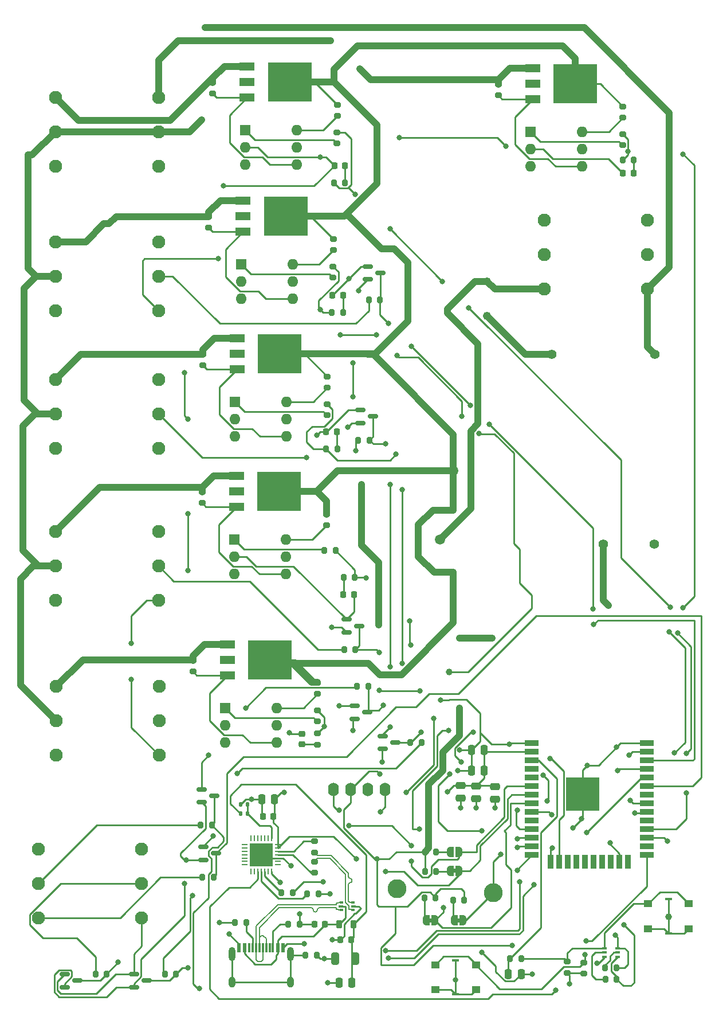
<source format=gbr>
%TF.GenerationSoftware,KiCad,Pcbnew,(6.0.5)*%
%TF.CreationDate,2022-06-11T16:02:26+01:00*%
%TF.ProjectId,heating-controller-esp32,68656174-696e-4672-9d63-6f6e74726f6c,rev?*%
%TF.SameCoordinates,Original*%
%TF.FileFunction,Copper,L1,Top*%
%TF.FilePolarity,Positive*%
%FSLAX46Y46*%
G04 Gerber Fmt 4.6, Leading zero omitted, Abs format (unit mm)*
G04 Created by KiCad (PCBNEW (6.0.5)) date 2022-06-11 16:02:26*
%MOMM*%
%LPD*%
G01*
G04 APERTURE LIST*
G04 Aperture macros list*
%AMRoundRect*
0 Rectangle with rounded corners*
0 $1 Rounding radius*
0 $2 $3 $4 $5 $6 $7 $8 $9 X,Y pos of 4 corners*
0 Add a 4 corners polygon primitive as box body*
4,1,4,$2,$3,$4,$5,$6,$7,$8,$9,$2,$3,0*
0 Add four circle primitives for the rounded corners*
1,1,$1+$1,$2,$3*
1,1,$1+$1,$4,$5*
1,1,$1+$1,$6,$7*
1,1,$1+$1,$8,$9*
0 Add four rect primitives between the rounded corners*
20,1,$1+$1,$2,$3,$4,$5,0*
20,1,$1+$1,$4,$5,$6,$7,0*
20,1,$1+$1,$6,$7,$8,$9,0*
20,1,$1+$1,$8,$9,$2,$3,0*%
%AMFreePoly0*
4,1,22,0.500000,-0.750000,0.000000,-0.750000,0.000000,-0.745033,-0.079941,-0.743568,-0.215256,-0.701293,-0.333266,-0.622738,-0.424486,-0.514219,-0.481581,-0.384460,-0.499164,-0.250000,-0.500000,-0.250000,-0.500000,0.250000,-0.499164,0.250000,-0.499963,0.256109,-0.478152,0.396186,-0.417904,0.524511,-0.324060,0.630769,-0.204165,0.706417,-0.067858,0.745374,0.000000,0.744959,0.000000,0.750000,
0.500000,0.750000,0.500000,-0.750000,0.500000,-0.750000,$1*%
%AMFreePoly1*
4,1,20,0.000000,0.744959,0.073905,0.744508,0.209726,0.703889,0.328688,0.626782,0.421226,0.519385,0.479903,0.390333,0.500000,0.250000,0.500000,-0.250000,0.499851,-0.262216,0.476331,-0.402017,0.414519,-0.529596,0.319384,-0.634700,0.198574,-0.708877,0.061801,-0.746166,0.000000,-0.745033,0.000000,-0.750000,-0.500000,-0.750000,-0.500000,0.750000,0.000000,0.750000,0.000000,0.744959,
0.000000,0.744959,$1*%
G04 Aperture macros list end*
%TA.AperFunction,SMDPad,CuDef*%
%ADD10FreePoly0,180.000000*%
%TD*%
%TA.AperFunction,SMDPad,CuDef*%
%ADD11FreePoly1,180.000000*%
%TD*%
%TA.AperFunction,ComponentPad*%
%ADD12C,1.950000*%
%TD*%
%TA.AperFunction,SMDPad,CuDef*%
%ADD13RoundRect,0.200000X-0.200000X-0.275000X0.200000X-0.275000X0.200000X0.275000X-0.200000X0.275000X0*%
%TD*%
%TA.AperFunction,SMDPad,CuDef*%
%ADD14RoundRect,0.150000X-0.587500X-0.150000X0.587500X-0.150000X0.587500X0.150000X-0.587500X0.150000X0*%
%TD*%
%TA.AperFunction,SMDPad,CuDef*%
%ADD15RoundRect,0.200000X0.200000X0.275000X-0.200000X0.275000X-0.200000X-0.275000X0.200000X-0.275000X0*%
%TD*%
%TA.AperFunction,SMDPad,CuDef*%
%ADD16R,2.000000X0.900000*%
%TD*%
%TA.AperFunction,SMDPad,CuDef*%
%ADD17R,0.900000X2.000000*%
%TD*%
%TA.AperFunction,SMDPad,CuDef*%
%ADD18R,5.000000X5.000000*%
%TD*%
%TA.AperFunction,ComponentPad*%
%ADD19C,1.400000*%
%TD*%
%TA.AperFunction,ComponentPad*%
%ADD20C,2.800000*%
%TD*%
%TA.AperFunction,SMDPad,CuDef*%
%ADD21RoundRect,0.200000X-0.275000X0.200000X-0.275000X-0.200000X0.275000X-0.200000X0.275000X0.200000X0*%
%TD*%
%TA.AperFunction,SMDPad,CuDef*%
%ADD22FreePoly1,0.000000*%
%TD*%
%TA.AperFunction,SMDPad,CuDef*%
%ADD23FreePoly0,0.000000*%
%TD*%
%TA.AperFunction,SMDPad,CuDef*%
%ADD24RoundRect,0.218750X-0.218750X-0.256250X0.218750X-0.256250X0.218750X0.256250X-0.218750X0.256250X0*%
%TD*%
%TA.AperFunction,SMDPad,CuDef*%
%ADD25RoundRect,0.218750X-0.256250X0.218750X-0.256250X-0.218750X0.256250X-0.218750X0.256250X0.218750X0*%
%TD*%
%TA.AperFunction,SMDPad,CuDef*%
%ADD26RoundRect,0.218750X0.218750X0.256250X-0.218750X0.256250X-0.218750X-0.256250X0.218750X-0.256250X0*%
%TD*%
%TA.AperFunction,ComponentPad*%
%ADD27O,1.600000X2.000000*%
%TD*%
%TA.AperFunction,SMDPad,CuDef*%
%ADD28RoundRect,0.250000X0.250000X0.475000X-0.250000X0.475000X-0.250000X-0.475000X0.250000X-0.475000X0*%
%TD*%
%TA.AperFunction,SMDPad,CuDef*%
%ADD29R,2.200000X1.200000*%
%TD*%
%TA.AperFunction,SMDPad,CuDef*%
%ADD30R,6.400000X5.800000*%
%TD*%
%TA.AperFunction,ComponentPad*%
%ADD31R,1.600000X1.600000*%
%TD*%
%TA.AperFunction,ComponentPad*%
%ADD32O,1.600000X1.600000*%
%TD*%
%TA.AperFunction,ComponentPad*%
%ADD33O,1.000000X2.100000*%
%TD*%
%TA.AperFunction,ComponentPad*%
%ADD34O,1.000000X1.600000*%
%TD*%
%TA.AperFunction,SMDPad,CuDef*%
%ADD35R,0.600000X1.450000*%
%TD*%
%TA.AperFunction,SMDPad,CuDef*%
%ADD36R,0.300000X1.450000*%
%TD*%
%TA.AperFunction,SMDPad,CuDef*%
%ADD37RoundRect,0.200000X0.275000X-0.200000X0.275000X0.200000X-0.275000X0.200000X-0.275000X-0.200000X0*%
%TD*%
%TA.AperFunction,SMDPad,CuDef*%
%ADD38RoundRect,0.225000X0.225000X0.250000X-0.225000X0.250000X-0.225000X-0.250000X0.225000X-0.250000X0*%
%TD*%
%TA.AperFunction,ComponentPad*%
%ADD39C,1.217000*%
%TD*%
%TA.AperFunction,SMDPad,CuDef*%
%ADD40RoundRect,0.218750X0.218750X0.381250X-0.218750X0.381250X-0.218750X-0.381250X0.218750X-0.381250X0*%
%TD*%
%TA.AperFunction,SMDPad,CuDef*%
%ADD41R,0.650000X0.400000*%
%TD*%
%TA.AperFunction,SMDPad,CuDef*%
%ADD42R,1.000000X0.450000*%
%TD*%
%TA.AperFunction,SMDPad,CuDef*%
%ADD43R,1.200000X1.100000*%
%TD*%
%TA.AperFunction,ComponentPad*%
%ADD44C,1.515000*%
%TD*%
%TA.AperFunction,SMDPad,CuDef*%
%ADD45RoundRect,0.250000X0.325000X0.650000X-0.325000X0.650000X-0.325000X-0.650000X0.325000X-0.650000X0*%
%TD*%
%TA.AperFunction,SMDPad,CuDef*%
%ADD46RoundRect,0.250000X0.475000X-0.250000X0.475000X0.250000X-0.475000X0.250000X-0.475000X-0.250000X0*%
%TD*%
%TA.AperFunction,SMDPad,CuDef*%
%ADD47RoundRect,0.135000X-0.135000X-0.185000X0.135000X-0.185000X0.135000X0.185000X-0.135000X0.185000X0*%
%TD*%
%TA.AperFunction,SMDPad,CuDef*%
%ADD48R,0.500000X0.375000*%
%TD*%
%TA.AperFunction,SMDPad,CuDef*%
%ADD49R,0.650000X0.300000*%
%TD*%
%TA.AperFunction,SMDPad,CuDef*%
%ADD50RoundRect,0.135000X0.135000X0.185000X-0.135000X0.185000X-0.135000X-0.185000X0.135000X-0.185000X0*%
%TD*%
%TA.AperFunction,SMDPad,CuDef*%
%ADD51RoundRect,0.250000X-0.250000X-0.475000X0.250000X-0.475000X0.250000X0.475000X-0.250000X0.475000X0*%
%TD*%
%TA.AperFunction,SMDPad,CuDef*%
%ADD52R,3.350000X3.350000*%
%TD*%
%TA.AperFunction,SMDPad,CuDef*%
%ADD53RoundRect,0.062500X0.062500X0.337500X-0.062500X0.337500X-0.062500X-0.337500X0.062500X-0.337500X0*%
%TD*%
%TA.AperFunction,SMDPad,CuDef*%
%ADD54RoundRect,0.062500X0.337500X0.062500X-0.337500X0.062500X-0.337500X-0.062500X0.337500X-0.062500X0*%
%TD*%
%TA.AperFunction,SMDPad,CuDef*%
%ADD55RoundRect,0.250000X-0.475000X0.250000X-0.475000X-0.250000X0.475000X-0.250000X0.475000X0.250000X0*%
%TD*%
%TA.AperFunction,ViaPad*%
%ADD56C,1.000000*%
%TD*%
%TA.AperFunction,ViaPad*%
%ADD57C,0.800000*%
%TD*%
%TA.AperFunction,Conductor*%
%ADD58C,0.250000*%
%TD*%
%TA.AperFunction,Conductor*%
%ADD59C,1.000000*%
%TD*%
%TA.AperFunction,Conductor*%
%ADD60C,0.200000*%
%TD*%
G04 APERTURE END LIST*
%TO.C,JP3*%
G36*
X76476520Y-155774520D02*
G01*
X75976520Y-155774520D01*
X75976520Y-155174520D01*
X76476520Y-155174520D01*
X76476520Y-155774520D01*
G37*
%TO.C,JP4*%
G36*
X77085000Y-163114000D02*
G01*
X76585000Y-163114000D01*
X76585000Y-162514000D01*
X77085000Y-162514000D01*
X77085000Y-163114000D01*
G37*
%TO.C,JP1*%
G36*
X72894000Y-163114000D02*
G01*
X72394000Y-163114000D01*
X72394000Y-162514000D01*
X72894000Y-162514000D01*
X72894000Y-163114000D01*
G37*
%TD*%
D10*
%TO.P,JP3,1,A*%
%TO.N,/ESP32/IO35*%
X76876520Y-155474520D03*
D11*
%TO.P,JP3,2,B*%
%TO.N,Net-(JP3-Pad2)*%
X75576520Y-155474520D03*
%TD*%
D12*
%TO.P,J9,1,1*%
%TO.N,/Boiler Out/Switched*%
X17222000Y-41275000D03*
%TO.P,J9,2,2*%
%TO.N,/Pump Out/Switched*%
X32462000Y-41275000D03*
%TO.P,J9,3,3*%
%TO.N,NEUT*%
X17222000Y-46355000D03*
%TO.P,J9,4,4*%
X32462000Y-46355000D03*
%TO.P,J9,5,5*%
%TO.N,Earth*%
X17222000Y-51435000D03*
%TO.P,J9,6,6*%
X32462000Y-51435000D03*
%TD*%
%TO.P,J8,1,1*%
%TO.N,/Valve Out 4/Switched*%
X17349000Y-128270000D03*
%TO.P,J8,2,2*%
%TO.N,unconnected-(J8-Pad2)*%
X32589000Y-128270000D03*
%TO.P,J8,3,3*%
%TO.N,NEUT*%
X17349000Y-133350000D03*
%TO.P,J8,4,4*%
%TO.N,/Valve_Microswitch_4*%
X32589000Y-133350000D03*
%TO.P,J8,5,5*%
%TO.N,Earth*%
X17349000Y-138430000D03*
%TO.P,J8,6,6*%
%TO.N,GND*%
X32589000Y-138430000D03*
%TD*%
%TO.P,J7,1,1*%
%TO.N,/Valve Out 3/Switched*%
X17222000Y-105410000D03*
%TO.P,J7,2,2*%
%TO.N,unconnected-(J7-Pad2)*%
X32462000Y-105410000D03*
%TO.P,J7,3,3*%
%TO.N,NEUT*%
X17222000Y-110490000D03*
%TO.P,J7,4,4*%
%TO.N,/Valve_Microswitch_3*%
X32462000Y-110490000D03*
%TO.P,J7,5,5*%
%TO.N,Earth*%
X17222000Y-115570000D03*
%TO.P,J7,6,6*%
%TO.N,GND*%
X32462000Y-115570000D03*
%TD*%
%TO.P,J6,1,1*%
%TO.N,/Valve Out 2/Switched*%
X17222000Y-82931000D03*
%TO.P,J6,2,2*%
%TO.N,unconnected-(J6-Pad2)*%
X32462000Y-82931000D03*
%TO.P,J6,3,3*%
%TO.N,NEUT*%
X17222000Y-88011000D03*
%TO.P,J6,4,4*%
%TO.N,/Valve_Microswitch_2*%
X32462000Y-88011000D03*
%TO.P,J6,5,5*%
%TO.N,Earth*%
X17222000Y-93091000D03*
%TO.P,J6,6,6*%
%TO.N,GND*%
X32462000Y-93091000D03*
%TD*%
%TO.P,J5,1,1*%
%TO.N,/Valve Out 1/Switched*%
X17222000Y-62611000D03*
%TO.P,J5,2,2*%
%TO.N,unconnected-(J5-Pad2)*%
X32462000Y-62611000D03*
%TO.P,J5,3,3*%
%TO.N,NEUT*%
X17222000Y-67691000D03*
%TO.P,J5,4,4*%
%TO.N,/Valve_Microswitch_1*%
X32462000Y-67691000D03*
%TO.P,J5,5,5*%
%TO.N,Earth*%
X17222000Y-72771000D03*
%TO.P,J5,6,6*%
%TO.N,GND*%
X32462000Y-72771000D03*
%TD*%
%TO.P,J4,1,1*%
%TO.N,NEUT*%
X104698000Y-69596000D03*
%TO.P,J4,2,2*%
%TO.N,Net-(F1-Pad1)*%
X89458000Y-69596000D03*
%TO.P,J4,3,3*%
%TO.N,Earth*%
X104698000Y-64516000D03*
%TO.P,J4,4,4*%
%TO.N,unconnected-(J4-Pad4)*%
X89458000Y-64516000D03*
%TO.P,J4,5,5*%
%TO.N,unconnected-(J4-Pad5)*%
X104698000Y-59436000D03*
%TO.P,J4,6,6*%
%TO.N,unconnected-(J4-Pad6)*%
X89458000Y-59436000D03*
%TD*%
%TO.P,J3,1,1*%
%TO.N,GND*%
X29972000Y-162433000D03*
%TO.P,J3,2,2*%
%TO.N,/DHW_Thermostat*%
X14732000Y-162433000D03*
%TO.P,J3,3,3*%
%TO.N,/Spare_Thermostat_3*%
X29972000Y-157353000D03*
%TO.P,J3,4,4*%
%TO.N,/Spare_Thermostat*%
X14732000Y-157353000D03*
%TO.P,J3,5,5*%
%TO.N,/Spare_Thermostat_4*%
X29972000Y-152273000D03*
%TO.P,J3,6,6*%
%TO.N,/Spare_Thermostat_2*%
X14732000Y-152273000D03*
%TD*%
D13*
%TO.P,R51,1*%
%TO.N,/Spare_Thermostat_3*%
X23134500Y-170734000D03*
%TO.P,R51,2*%
%TO.N,/ESP32/IO34*%
X24784500Y-170734000D03*
%TD*%
%TO.P,R50,1*%
%TO.N,/Spare_Thermostat_4*%
X33379000Y-170734000D03*
%TO.P,R50,2*%
%TO.N,/ESP32/IO35*%
X35029000Y-170734000D03*
%TD*%
D14*
%TO.P,D21,1*%
%TO.N,GND*%
X18572000Y-170754000D03*
%TO.P,D21,2*%
%TO.N,+3V3*%
X18572000Y-172654000D03*
%TO.P,D21,3*%
%TO.N,/ESP32/IO34*%
X20447000Y-171704000D03*
%TD*%
%TO.P,D20,1*%
%TO.N,GND*%
X28816500Y-170754000D03*
%TO.P,D20,2*%
%TO.N,+3V3*%
X28816500Y-172654000D03*
%TO.P,D20,3*%
%TO.N,/ESP32/IO35*%
X30691500Y-171704000D03*
%TD*%
D15*
%TO.P,R13,2*%
%TO.N,Net-(R13-Pad2)*%
X54420000Y-158877000D03*
%TO.P,R13,1*%
%TO.N,/ESP32/ESP_TXD*%
X56070000Y-158877000D03*
%TD*%
%TO.P,R33,1*%
%TO.N,/Spare_Thermostat_2*%
X71310000Y-136525000D03*
%TO.P,R33,2*%
%TO.N,/ESP32/IO19*%
X69660000Y-136525000D03*
%TD*%
D14*
%TO.P,D9,1*%
%TO.N,GND*%
X65610500Y-135575000D03*
%TO.P,D9,2*%
%TO.N,+3V3*%
X65610500Y-137475000D03*
%TO.P,D9,3*%
%TO.N,/ESP32/IO19*%
X67485500Y-136525000D03*
%TD*%
D16*
%TO.P,U1,1,GND*%
%TO.N,GND*%
X87639000Y-136652000D03*
%TO.P,U1,2,VDD*%
%TO.N,+3V3*%
X87639000Y-137922000D03*
%TO.P,U1,3,EN*%
%TO.N,/ESP32/EN*%
X87639000Y-139192000D03*
%TO.P,U1,4,SENSOR_VP*%
%TO.N,unconnected-(U1-Pad4)*%
X87639000Y-140462000D03*
%TO.P,U1,5,SENSOR_VN*%
%TO.N,unconnected-(U1-Pad5)*%
X87639000Y-141732000D03*
%TO.P,U1,6,IO34*%
%TO.N,/ESP32/IO34*%
X87639000Y-143002000D03*
%TO.P,U1,7,IO35*%
%TO.N,/ESP32/IO35*%
X87639000Y-144272000D03*
%TO.P,U1,8,IO32*%
%TO.N,/ESP32/IO32*%
X87639000Y-145542000D03*
%TO.P,U1,9,IO33*%
%TO.N,/ESP32/IO33*%
X87639000Y-146812000D03*
%TO.P,U1,10,IO25*%
%TO.N,/ESP32/IO25*%
X87639000Y-148082000D03*
%TO.P,U1,11,IO26*%
%TO.N,/ESP32/IO26*%
X87639000Y-149352000D03*
%TO.P,U1,12,IO27*%
%TO.N,/ESP32/IO27*%
X87639000Y-150622000D03*
%TO.P,U1,13,IO14*%
%TO.N,/ESP32/IO14*%
X87639000Y-151892000D03*
%TO.P,U1,14,IO12*%
%TO.N,/ESP32/IO12*%
X87639000Y-153162000D03*
D17*
%TO.P,U1,15,GND*%
%TO.N,GND*%
X90424000Y-154162000D03*
%TO.P,U1,16,IO13*%
%TO.N,/ESP32/IO13*%
X91694000Y-154162000D03*
%TO.P,U1,17,SHD/SD2*%
%TO.N,unconnected-(U1-Pad17)*%
X92964000Y-154162000D03*
%TO.P,U1,18,SWP/SD3*%
%TO.N,unconnected-(U1-Pad18)*%
X94234000Y-154162000D03*
%TO.P,U1,19,SCS/CMD*%
%TO.N,unconnected-(U1-Pad19)*%
X95504000Y-154162000D03*
%TO.P,U1,20,SCK/CLK*%
%TO.N,unconnected-(U1-Pad20)*%
X96774000Y-154162000D03*
%TO.P,U1,21,SDO/SD0*%
%TO.N,unconnected-(U1-Pad21)*%
X98044000Y-154162000D03*
%TO.P,U1,22,SDI/SD1*%
%TO.N,unconnected-(U1-Pad22)*%
X99314000Y-154162000D03*
%TO.P,U1,23,IO15*%
%TO.N,/ESP32/IO15*%
X100584000Y-154162000D03*
%TO.P,U1,24,IO2*%
%TO.N,/ESP32/IO2*%
X101854000Y-154162000D03*
D16*
%TO.P,U1,25,IO0*%
%TO.N,/ESP32/GPIO_0*%
X104639000Y-153162000D03*
%TO.P,U1,26,IO4*%
%TO.N,/ESP32/CRX*%
X104639000Y-151892000D03*
%TO.P,U1,27,IO16*%
%TO.N,/Boiler Out/Trigger*%
X104639000Y-150622000D03*
%TO.P,U1,28,IO17*%
%TO.N,/ESP32/IO17*%
X104639000Y-149352000D03*
%TO.P,U1,29,IO5*%
%TO.N,/ESP32/CTX*%
X104639000Y-148082000D03*
%TO.P,U1,30,IO18*%
%TO.N,/ESP32/IO18*%
X104639000Y-146812000D03*
%TO.P,U1,31,IO19*%
%TO.N,/ESP32/IO19*%
X104639000Y-145542000D03*
%TO.P,U1,32,NC*%
%TO.N,unconnected-(U1-Pad32)*%
X104639000Y-144272000D03*
%TO.P,U1,33,IO21*%
%TO.N,/ESP32/IO21*%
X104639000Y-143002000D03*
%TO.P,U1,34,RXD0/IO3*%
%TO.N,/ESP32/ESP_RXD*%
X104639000Y-141732000D03*
%TO.P,U1,35,TXD0/IO1*%
%TO.N,/ESP32/ESP_TXD*%
X104639000Y-140462000D03*
%TO.P,U1,36,IO22*%
%TO.N,/ESP32/IO22*%
X104639000Y-139192000D03*
%TO.P,U1,37,IO23*%
%TO.N,/ESP32/IO23*%
X104639000Y-137922000D03*
%TO.P,U1,38,GND*%
%TO.N,GND*%
X104639000Y-136652000D03*
D18*
%TO.P,U1,39,GND*%
X95139000Y-144152000D03*
%TD*%
D19*
%TO.P,PS1,1,+V*%
%TO.N,+3V3*%
X98151000Y-107197000D03*
%TO.P,PS1,2,-V*%
%TO.N,GND*%
X105751000Y-107197000D03*
%TO.P,PS1,3,AC/N*%
%TO.N,NEUT*%
X105771000Y-79197000D03*
%TO.P,PS1,4,AC/L*%
%TO.N,Net-(F2-Pad2)*%
X90571000Y-79197000D03*
%TD*%
D20*
%TO.P,TP2,1,1*%
%TO.N,/ESP32/IO32*%
X67691000Y-158115000D03*
%TD*%
%TO.P,TP1,1,1*%
%TO.N,/ESP32/IO33*%
X81915000Y-158750000D03*
%TD*%
D13*
%TO.P,R49,1*%
%TO.N,/ESP32/IO17*%
X101029000Y-50546000D03*
%TO.P,R49,2*%
%TO.N,Net-(D19-Pad2)*%
X102679000Y-50546000D03*
%TD*%
%TO.P,R48,1*%
%TO.N,/Boiler Out/Trigger*%
X58369500Y-53866000D03*
%TO.P,R48,2*%
%TO.N,Net-(D18-Pad2)*%
X60019500Y-53866000D03*
%TD*%
D21*
%TO.P,R47,1*%
%TO.N,/ESP32/IO15*%
X55958000Y-135195000D03*
%TO.P,R47,2*%
%TO.N,Net-(D17-Pad2)*%
X55958000Y-136845000D03*
%TD*%
D15*
%TO.P,R46,1*%
%TO.N,/ESP32/IO14*%
X61444000Y-112131000D03*
%TO.P,R46,2*%
%TO.N,Net-(D16-Pad2)*%
X59794000Y-112131000D03*
%TD*%
D13*
%TO.P,R45,1*%
%TO.N,/ESP32/IO13*%
X57214000Y-93218000D03*
%TO.P,R45,2*%
%TO.N,Net-(D15-Pad2)*%
X58864000Y-93218000D03*
%TD*%
%TO.P,R44,1*%
%TO.N,/ESP32/IO12*%
X58063000Y-73035000D03*
%TO.P,R44,2*%
%TO.N,Net-(D14-Pad2)*%
X59713000Y-73035000D03*
%TD*%
%TO.P,R43,2*%
%TO.N,+3V3*%
X77622520Y-159792520D03*
%TO.P,R43,1*%
%TO.N,Net-(JP4-Pad1)*%
X75972520Y-159792520D03*
%TD*%
%TO.P,R42,2*%
%TO.N,+3V3*%
X73383520Y-159462520D03*
%TO.P,R42,1*%
%TO.N,Net-(JP1-Pad1)*%
X71733520Y-159462520D03*
%TD*%
D22*
%TO.P,JP4,2,B*%
%TO.N,/ESP32/IO33*%
X77485000Y-162814000D03*
D23*
%TO.P,JP4,1,A*%
%TO.N,Net-(JP4-Pad1)*%
X76185000Y-162814000D03*
%TD*%
D22*
%TO.P,JP1,2,B*%
%TO.N,/ESP32/IO32*%
X73294000Y-162814000D03*
D23*
%TO.P,JP1,1,A*%
%TO.N,Net-(JP1-Pad1)*%
X71994000Y-162814000D03*
%TD*%
D24*
%TO.P,D19,1,K*%
%TO.N,GND*%
X101066500Y-52451000D03*
%TO.P,D19,2,A*%
%TO.N,Net-(D19-Pad2)*%
X102641500Y-52451000D03*
%TD*%
%TO.P,D18,1,K*%
%TO.N,GND*%
X58447000Y-51316000D03*
%TO.P,D18,2,A*%
%TO.N,Net-(D18-Pad2)*%
X60022000Y-51316000D03*
%TD*%
D25*
%TO.P,D17,1,K*%
%TO.N,GND*%
X53672000Y-135232500D03*
%TO.P,D17,2,A*%
%TO.N,Net-(D17-Pad2)*%
X53672000Y-136807500D03*
%TD*%
D26*
%TO.P,D16,1,K*%
%TO.N,GND*%
X61366500Y-114681000D03*
%TO.P,D16,2,A*%
%TO.N,Net-(D16-Pad2)*%
X59791500Y-114681000D03*
%TD*%
D24*
%TO.P,D15,1,K*%
%TO.N,GND*%
X57251500Y-90678000D03*
%TO.P,D15,2,A*%
%TO.N,Net-(D15-Pad2)*%
X58826500Y-90678000D03*
%TD*%
%TO.P,D14,1,K*%
%TO.N,GND*%
X58140500Y-70485000D03*
%TO.P,D14,2,A*%
%TO.N,Net-(D14-Pad2)*%
X59715500Y-70485000D03*
%TD*%
D27*
%TO.P,Brd1,2,VCC*%
%TO.N,+3V3*%
X60850000Y-143498000D03*
%TO.P,Brd1,1,GND*%
%TO.N,GND*%
X58310000Y-143498000D03*
%TO.P,Brd1,3,SCL*%
%TO.N,/ESP32/IO33*%
X63390000Y-143498000D03*
%TO.P,Brd1,4,SDA*%
%TO.N,/ESP32/IO32*%
X65930000Y-143498000D03*
%TD*%
D28*
%TO.P,C9,2*%
%TO.N,GND*%
X47691000Y-144907000D03*
%TO.P,C9,1*%
%TO.N,+3V3*%
X49591000Y-144907000D03*
%TD*%
D15*
%TO.P,R23,2*%
%TO.N,Net-(J11-PadS1)*%
X54166000Y-167946000D03*
%TO.P,R23,1*%
%TO.N,GND*%
X55816000Y-167946000D03*
%TD*%
D14*
%TO.P,D5,1*%
%TO.N,GND*%
X39067500Y-151958000D03*
%TO.P,D5,2*%
%TO.N,+3V3*%
X39067500Y-153858000D03*
%TO.P,D5,3*%
%TO.N,/ESP32/IO21*%
X40942500Y-152908000D03*
%TD*%
%TO.P,D13,1*%
%TO.N,GND*%
X61419500Y-131130000D03*
%TO.P,D13,2*%
%TO.N,+3V3*%
X61419500Y-133030000D03*
%TO.P,D13,3*%
%TO.N,/ESP32/IO27*%
X63294500Y-132080000D03*
%TD*%
D13*
%TO.P,R14,1*%
%TO.N,/Spare_Thermostat*%
X38672000Y-148717000D03*
%TO.P,R14,2*%
%TO.N,/ESP32/IO18*%
X40322000Y-148717000D03*
%TD*%
D21*
%TO.P,R39,1*%
%TO.N,/Pump Out/Switched*%
X82677000Y-39307000D03*
%TO.P,R39,2*%
%TO.N,Net-(D12-Pad3)*%
X82677000Y-40957000D03*
%TD*%
D29*
%TO.P,D4,1,A1*%
%TO.N,/Valve Out 3/Switched*%
X43968000Y-97160000D03*
%TO.P,D4,2*%
%TO.N,N/C*%
X43968000Y-99440000D03*
%TO.P,D4,3,G*%
%TO.N,Net-(D4-Pad3)*%
X43968000Y-101720000D03*
D30*
%TO.P,D4,4,A2*%
%TO.N,LINE*%
X50268000Y-99440000D03*
%TD*%
D14*
%TO.P,D8,1*%
%TO.N,GND*%
X62308500Y-87442000D03*
%TO.P,D8,2*%
%TO.N,+3V3*%
X62308500Y-89342000D03*
%TO.P,D8,3*%
%TO.N,/ESP32/IO23*%
X64183500Y-88392000D03*
%TD*%
D31*
%TO.P,U9,1*%
%TO.N,Net-(R35-Pad2)*%
X45255000Y-46100000D03*
D32*
%TO.P,U9,2*%
%TO.N,GND*%
X45255000Y-48640000D03*
%TO.P,U9,3,NC*%
%TO.N,unconnected-(U9-Pad3)*%
X45255000Y-51180000D03*
%TO.P,U9,4*%
%TO.N,Net-(D11-Pad3)*%
X52875000Y-51180000D03*
%TO.P,U9,5,NC*%
%TO.N,unconnected-(U9-Pad5)*%
X52875000Y-48640000D03*
%TO.P,U9,6*%
%TO.N,Net-(R37-Pad1)*%
X52875000Y-46100000D03*
%TD*%
D33*
%TO.P,J11,S1,SHIELD*%
%TO.N,Net-(J11-PadS1)*%
X43305000Y-167737000D03*
D34*
X43305000Y-171917000D03*
X51945000Y-171917000D03*
D33*
X51945000Y-167737000D03*
D35*
%TO.P,J11,B12,GND*%
%TO.N,GND*%
X44375000Y-166822000D03*
%TO.P,J11,B9,VBUS*%
%TO.N,Net-(C8-Pad1)*%
X45175000Y-166822000D03*
D36*
%TO.P,J11,B8,SBU2*%
%TO.N,unconnected-(J11-PadB8)*%
X45875000Y-166822000D03*
%TO.P,J11,B7,D-*%
%TO.N,/ESP32/sheet61EA3917/USB_D-*%
X46875000Y-166822000D03*
%TO.P,J11,B6,D+*%
%TO.N,/ESP32/sheet61EA3917/USB_D+*%
X48375000Y-166822000D03*
%TO.P,J11,B5,CC2*%
%TO.N,Net-(J11-PadB5)*%
X49375000Y-166822000D03*
D35*
%TO.P,J11,B4,VBUS*%
%TO.N,Net-(C8-Pad1)*%
X50075000Y-166822000D03*
%TO.P,J11,B1,GND*%
%TO.N,GND*%
X50875000Y-166822000D03*
%TO.P,J11,A12,GND*%
X50875000Y-166822000D03*
%TO.P,J11,A9,VBUS*%
%TO.N,Net-(C8-Pad1)*%
X50075000Y-166822000D03*
D36*
%TO.P,J11,A8,SBU1*%
%TO.N,unconnected-(J11-PadA8)*%
X48875000Y-166822000D03*
%TO.P,J11,A7,D-*%
%TO.N,/ESP32/sheet61EA3917/USB_D-*%
X47875000Y-166822000D03*
%TO.P,J11,A6,D+*%
%TO.N,/ESP32/sheet61EA3917/USB_D+*%
X47375000Y-166822000D03*
%TO.P,J11,A5,CC1*%
%TO.N,Net-(J11-PadA5)*%
X46375000Y-166822000D03*
D35*
%TO.P,J11,A4,VBUS*%
%TO.N,Net-(C8-Pad1)*%
X45175000Y-166822000D03*
%TO.P,J11,A1,GND*%
%TO.N,GND*%
X44375000Y-166822000D03*
%TD*%
D37*
%TO.P,R1,2*%
%TO.N,/ESP32/~{RESET}*%
X92863520Y-168873520D03*
%TO.P,R1,1*%
%TO.N,+3V3*%
X92863520Y-170523520D03*
%TD*%
D21*
%TO.P,R36,1*%
%TO.N,/Boiler Out/Switched*%
X40469000Y-39052000D03*
%TO.P,R36,2*%
%TO.N,Net-(D11-Pad3)*%
X40469000Y-40702000D03*
%TD*%
D38*
%TO.P,C10,2*%
%TO.N,GND*%
X47866000Y-147447000D03*
%TO.P,C10,1*%
%TO.N,+3V3*%
X49416000Y-147447000D03*
%TD*%
D11*
%TO.P,JP2,2,B*%
%TO.N,Net-(JP2-Pad2)*%
X75576520Y-152680520D03*
D10*
%TO.P,JP2,1,A*%
%TO.N,/ESP32/IO34*%
X76876520Y-152680520D03*
%TD*%
D21*
%TO.P,R28,1*%
%TO.N,/ESP32/IO15*%
X55904000Y-131762000D03*
%TO.P,R28,2*%
%TO.N,Net-(R28-Pad2)*%
X55904000Y-133412000D03*
%TD*%
D39*
%TO.P,F2,1*%
%TO.N,Net-(F1-Pad1)*%
X81026000Y-68443000D03*
%TO.P,F2,2*%
%TO.N,Net-(F2-Pad2)*%
X81026000Y-73543000D03*
%TD*%
D38*
%TO.P,C11,2*%
%TO.N,GND*%
X59348000Y-165660000D03*
%TO.P,C11,1*%
%TO.N,/ESP32/sheet61EA3917/VBUS*%
X60898000Y-165660000D03*
%TD*%
D37*
%TO.P,R17,1*%
%TO.N,Net-(R17-Pad1)*%
X58293000Y-63817000D03*
%TO.P,R17,2*%
%TO.N,LINE*%
X58293000Y-62167000D03*
%TD*%
D28*
%TO.P,C6,2*%
%TO.N,GND*%
X78679000Y-140716000D03*
%TO.P,C6,1*%
%TO.N,+3V3*%
X80579000Y-140716000D03*
%TD*%
D40*
%TO.P,FB1,2*%
%TO.N,Net-(C8-Pad1)*%
X59135500Y-163374000D03*
%TO.P,FB1,1*%
%TO.N,/ESP32/sheet61EA3917/VBUS*%
X61260500Y-163374000D03*
%TD*%
D15*
%TO.P,R8,2*%
%TO.N,+3V3*%
X71845520Y-155601520D03*
%TO.P,R8,1*%
%TO.N,Net-(JP3-Pad2)*%
X73495520Y-155601520D03*
%TD*%
D41*
%TO.P,Q1,6,C1*%
%TO.N,/ESP32/RTS*%
X100290520Y-166889520D03*
%TO.P,Q1,5,B2*%
%TO.N,Net-(Q1-Pad5)*%
X100290520Y-167539520D03*
%TO.P,Q1,4,E2*%
%TO.N,/ESP32/DTR*%
X100290520Y-168189520D03*
%TO.P,Q1,3,C2*%
%TO.N,/ESP32/GPIO_0*%
X98390520Y-168189520D03*
%TO.P,Q1,2,B1*%
%TO.N,Net-(Q1-Pad2)*%
X98390520Y-167539520D03*
%TO.P,Q1,1,E1*%
%TO.N,/ESP32/~{RESET}*%
X98390520Y-166889520D03*
%TD*%
D31*
%TO.P,U4,1*%
%TO.N,Net-(R15-Pad2)*%
X44664000Y-65913000D03*
D32*
%TO.P,U4,2*%
%TO.N,GND*%
X44664000Y-68453000D03*
%TO.P,U4,3,NC*%
%TO.N,unconnected-(U4-Pad3)*%
X44664000Y-70993000D03*
%TO.P,U4,4*%
%TO.N,Net-(D2-Pad3)*%
X52284000Y-70993000D03*
%TO.P,U4,5,NC*%
%TO.N,unconnected-(U4-Pad5)*%
X52284000Y-68453000D03*
%TO.P,U4,6*%
%TO.N,Net-(R17-Pad1)*%
X52284000Y-65913000D03*
%TD*%
D13*
%TO.P,R3,2*%
%TO.N,/ESP32/RTS*%
X100111520Y-169825520D03*
%TO.P,R3,1*%
%TO.N,Net-(Q1-Pad5)*%
X98461520Y-169825520D03*
%TD*%
%TO.P,R24,2*%
%TO.N,GND*%
X53276000Y-163374000D03*
%TO.P,R24,1*%
%TO.N,Net-(J11-PadB5)*%
X51626000Y-163374000D03*
%TD*%
D21*
%TO.P,R29,1*%
%TO.N,/Valve Out 4/Switched*%
X37548000Y-124396000D03*
%TO.P,R29,2*%
%TO.N,Net-(D6-Pad3)*%
X37548000Y-126046000D03*
%TD*%
D42*
%TO.P,J1,6,GND_2*%
%TO.N,GND*%
X107823000Y-159654000D03*
%TO.P,J1,5,GND_1*%
X107823000Y-164704000D03*
D43*
%TO.P,J1,4,NO_2*%
%TO.N,/ESP32/~{RESET}*%
X110823000Y-160329000D03*
%TO.P,J1,3,COM_2*%
%TO.N,GND*%
X110823000Y-164029000D03*
%TO.P,J1,2,NO_1*%
%TO.N,/ESP32/~{RESET}*%
X104823000Y-160329000D03*
%TO.P,J1,1,COM_1*%
%TO.N,GND*%
X104823000Y-164029000D03*
%TD*%
D42*
%TO.P,J2,6,GND_2*%
%TO.N,GND*%
X76353520Y-168671000D03*
%TO.P,J2,5,GND_1*%
X76353520Y-173721000D03*
D43*
%TO.P,J2,4,NO_2*%
%TO.N,/ESP32/GPIO_0*%
X79353520Y-169346000D03*
%TO.P,J2,3,COM_2*%
%TO.N,GND*%
X79353520Y-173046000D03*
%TO.P,J2,2,NO_1*%
%TO.N,/ESP32/GPIO_0*%
X73353520Y-169346000D03*
%TO.P,J2,1,COM_1*%
%TO.N,GND*%
X73353520Y-173046000D03*
%TD*%
D29*
%TO.P,D12,1,A1*%
%TO.N,/Pump Out/Switched*%
X87748000Y-36963000D03*
%TO.P,D12,2*%
%TO.N,N/C*%
X87748000Y-39243000D03*
%TO.P,D12,3,G*%
%TO.N,Net-(D12-Pad3)*%
X87748000Y-41523000D03*
D30*
%TO.P,D12,4,A2*%
%TO.N,LINE*%
X94048000Y-39243000D03*
%TD*%
D21*
%TO.P,R15,1*%
%TO.N,/ESP32/IO12*%
X58234000Y-66231000D03*
%TO.P,R15,2*%
%TO.N,Net-(R15-Pad2)*%
X58234000Y-67881000D03*
%TD*%
D13*
%TO.P,R31,1*%
%TO.N,/Valve_Microswitch_1*%
X63530000Y-71186000D03*
%TO.P,R31,2*%
%TO.N,/ESP32/IO22*%
X65180000Y-71186000D03*
%TD*%
D21*
%TO.P,R18,1*%
%TO.N,/ESP32/IO13*%
X57354000Y-86551000D03*
%TO.P,R18,2*%
%TO.N,Net-(R18-Pad2)*%
X57354000Y-88201000D03*
%TD*%
D37*
%TO.P,R30,1*%
%TO.N,Net-(R30-Pad1)*%
X55963000Y-129348000D03*
%TO.P,R30,2*%
%TO.N,LINE*%
X55963000Y-127698000D03*
%TD*%
D21*
%TO.P,R19,1*%
%TO.N,/Valve Out 2/Switched*%
X38998000Y-79185000D03*
%TO.P,R19,2*%
%TO.N,Net-(D3-Pad3)*%
X38998000Y-80835000D03*
%TD*%
D31*
%TO.P,U7,1*%
%TO.N,Net-(R21-Pad2)*%
X43683000Y-106552000D03*
D32*
%TO.P,U7,2*%
%TO.N,GND*%
X43683000Y-109092000D03*
%TO.P,U7,3,NC*%
%TO.N,unconnected-(U7-Pad3)*%
X43683000Y-111632000D03*
%TO.P,U7,4*%
%TO.N,Net-(D4-Pad3)*%
X51303000Y-111632000D03*
%TO.P,U7,5,NC*%
%TO.N,unconnected-(U7-Pad5)*%
X51303000Y-109092000D03*
%TO.P,U7,6*%
%TO.N,Net-(R27-Pad1)*%
X51303000Y-106552000D03*
%TD*%
D44*
%TO.P,F1,1*%
%TO.N,Net-(F1-Pad1)*%
X74041000Y-106553000D03*
%TO.P,F1,2*%
%TO.N,LINE*%
X76041000Y-96393000D03*
%TD*%
D13*
%TO.P,R41,1*%
%TO.N,/Valve_Microswitch_4*%
X61786000Y-128270000D03*
%TO.P,R41,2*%
%TO.N,/ESP32/IO27*%
X63436000Y-128270000D03*
%TD*%
D37*
%TO.P,R5,2*%
%TO.N,/ESP32/sheet61EA3917/D+*%
X55499000Y-154103000D03*
%TO.P,R5,1*%
%TO.N,Net-(R5-Pad1)*%
X55499000Y-155753000D03*
%TD*%
D29*
%TO.P,D6,1,A1*%
%TO.N,/Valve Out 4/Switched*%
X42619000Y-122052000D03*
%TO.P,D6,2*%
%TO.N,N/C*%
X42619000Y-124332000D03*
%TO.P,D6,3,G*%
%TO.N,Net-(D6-Pad3)*%
X42619000Y-126612000D03*
D30*
%TO.P,D6,4,A2*%
%TO.N,LINE*%
X48919000Y-124332000D03*
%TD*%
D21*
%TO.P,R22,1*%
%TO.N,/Valve Out 3/Switched*%
X38897000Y-99504000D03*
%TO.P,R22,2*%
%TO.N,Net-(D4-Pad3)*%
X38897000Y-101154000D03*
%TD*%
D45*
%TO.P,C12,2*%
%TO.N,GND*%
X58596000Y-168454000D03*
%TO.P,C12,1*%
%TO.N,/ESP32/sheet61EA3917/VBUS*%
X61546000Y-168454000D03*
%TD*%
D13*
%TO.P,R26,1*%
%TO.N,/DHW_Thermostat*%
X38926000Y-156464000D03*
%TO.P,R26,2*%
%TO.N,/ESP32/IO21*%
X40576000Y-156464000D03*
%TD*%
D46*
%TO.P,C5,2*%
%TO.N,+3V3*%
X79375000Y-142941000D03*
%TO.P,C5,1*%
%TO.N,GND*%
X79375000Y-144841000D03*
%TD*%
D37*
%TO.P,R37,1*%
%TO.N,Net-(R37-Pad1)*%
X58884000Y-44004000D03*
%TO.P,R37,2*%
%TO.N,LINE*%
X58884000Y-42354000D03*
%TD*%
D14*
%TO.P,D7,1*%
%TO.N,GND*%
X63403000Y-66233000D03*
%TO.P,D7,2*%
%TO.N,+3V3*%
X63403000Y-68133000D03*
%TO.P,D7,3*%
%TO.N,/ESP32/IO22*%
X65278000Y-67183000D03*
%TD*%
D13*
%TO.P,R32,1*%
%TO.N,/Valve_Microswitch_2*%
X61981000Y-91872000D03*
%TO.P,R32,2*%
%TO.N,/ESP32/IO23*%
X63631000Y-91872000D03*
%TD*%
D46*
%TO.P,C2,2*%
%TO.N,+3V3*%
X82195520Y-143033520D03*
%TO.P,C2,1*%
%TO.N,GND*%
X82195520Y-144933520D03*
%TD*%
D31*
%TO.P,U10,1*%
%TO.N,Net-(R38-Pad2)*%
X87463000Y-46355000D03*
D32*
%TO.P,U10,2*%
%TO.N,GND*%
X87463000Y-48895000D03*
%TO.P,U10,3,NC*%
%TO.N,unconnected-(U10-Pad3)*%
X87463000Y-51435000D03*
%TO.P,U10,4*%
%TO.N,Net-(D12-Pad3)*%
X95083000Y-51435000D03*
%TO.P,U10,5,NC*%
%TO.N,unconnected-(U10-Pad5)*%
X95083000Y-48895000D03*
%TO.P,U10,6*%
%TO.N,Net-(R40-Pad1)*%
X95083000Y-46355000D03*
%TD*%
D13*
%TO.P,R4,2*%
%TO.N,/ESP32/~{RESET}*%
X86068520Y-168428520D03*
%TO.P,R4,1*%
%TO.N,/ESP32/EN*%
X84418520Y-168428520D03*
%TD*%
D21*
%TO.P,R38,1*%
%TO.N,/ESP32/IO17*%
X101033000Y-46673000D03*
%TO.P,R38,2*%
%TO.N,Net-(R38-Pad2)*%
X101033000Y-48323000D03*
%TD*%
%TO.P,R35,1*%
%TO.N,/Boiler Out/Trigger*%
X58825000Y-46418000D03*
%TO.P,R35,2*%
%TO.N,Net-(R35-Pad2)*%
X58825000Y-48068000D03*
%TD*%
D15*
%TO.P,R25,2*%
%TO.N,GND*%
X43752000Y-163120000D03*
%TO.P,R25,1*%
%TO.N,Net-(J11-PadA5)*%
X45402000Y-163120000D03*
%TD*%
D21*
%TO.P,R6,2*%
%TO.N,/ESP32/sheet61EA3917/D-*%
X55499000Y-152769000D03*
%TO.P,R6,1*%
%TO.N,Net-(R6-Pad1)*%
X55499000Y-151119000D03*
%TD*%
D28*
%TO.P,C7,2*%
%TO.N,GND*%
X78679000Y-137668000D03*
%TO.P,C7,1*%
%TO.N,+3V3*%
X80579000Y-137668000D03*
%TD*%
D21*
%TO.P,R16,1*%
%TO.N,/Valve Out 1/Switched*%
X39878000Y-58865000D03*
%TO.P,R16,2*%
%TO.N,Net-(D2-Pad3)*%
X39878000Y-60515000D03*
%TD*%
D37*
%TO.P,R40,1*%
%TO.N,Net-(R40-Pad1)*%
X101092000Y-44259000D03*
%TO.P,R40,2*%
%TO.N,LINE*%
X101092000Y-42609000D03*
%TD*%
D14*
%TO.P,D10,1*%
%TO.N,GND*%
X60228000Y-118363250D03*
%TO.P,D10,2*%
%TO.N,+3V3*%
X60228000Y-120263250D03*
%TO.P,D10,3*%
%TO.N,/ESP32/IO26*%
X62103000Y-119313250D03*
%TD*%
D37*
%TO.P,R11,2*%
%TO.N,/ESP32/GPIO_0*%
X95276520Y-169000520D03*
%TO.P,R11,1*%
%TO.N,+3V3*%
X95276520Y-170650520D03*
%TD*%
D13*
%TO.P,R34,1*%
%TO.N,/Valve_Microswitch_3*%
X59900500Y-122793250D03*
%TO.P,R34,2*%
%TO.N,/ESP32/IO26*%
X61550500Y-122793250D03*
%TD*%
D47*
%TO.P,R9,2*%
%TO.N,Net-(R10-Pad1)*%
X45593000Y-147066000D03*
%TO.P,R9,1*%
%TO.N,/ESP32/sheet61EA3917/VBUS*%
X44573000Y-147066000D03*
%TD*%
D14*
%TO.P,D1,1*%
%TO.N,GND*%
X38813500Y-143449000D03*
%TO.P,D1,2*%
%TO.N,+3V3*%
X38813500Y-145349000D03*
%TO.P,D1,3*%
%TO.N,/ESP32/IO18*%
X40688500Y-144399000D03*
%TD*%
D48*
%TO.P,U5,6,I/O1*%
%TO.N,/ESP32/sheet61EA3917/USB_D+*%
X59475000Y-161244500D03*
D49*
%TO.P,U5,5,VBUS*%
%TO.N,Net-(C8-Pad1)*%
X59400000Y-160707000D03*
D48*
%TO.P,U5,4,I/O2*%
%TO.N,/ESP32/sheet61EA3917/USB_D-*%
X59475000Y-160169500D03*
%TO.P,U5,3,I/O2*%
%TO.N,/ESP32/sheet61EA3917/D-*%
X61175000Y-160169500D03*
D49*
%TO.P,U5,2,GND*%
%TO.N,GND*%
X61250000Y-160707000D03*
D48*
%TO.P,U5,1,I/O1*%
%TO.N,/ESP32/sheet61EA3917/D+*%
X61175000Y-161244500D03*
%TD*%
D28*
%TO.P,C4,2*%
%TO.N,GND*%
X59121000Y-172010000D03*
%TO.P,C4,1*%
%TO.N,/ESP32/sheet61EA3917/VBUS*%
X61021000Y-172010000D03*
%TD*%
D29*
%TO.P,D11,1,A1*%
%TO.N,/Boiler Out/Switched*%
X45540000Y-36708000D03*
%TO.P,D11,2*%
%TO.N,N/C*%
X45540000Y-38988000D03*
%TO.P,D11,3,G*%
%TO.N,Net-(D11-Pad3)*%
X45540000Y-41268000D03*
D30*
%TO.P,D11,4,A2*%
%TO.N,LINE*%
X51840000Y-38988000D03*
%TD*%
D50*
%TO.P,R10,2*%
%TO.N,GND*%
X44573000Y-145669000D03*
%TO.P,R10,1*%
%TO.N,Net-(R10-Pad1)*%
X45593000Y-145669000D03*
%TD*%
D31*
%TO.P,U8,1*%
%TO.N,Net-(R28-Pad2)*%
X42334000Y-131444000D03*
D32*
%TO.P,U8,2*%
%TO.N,GND*%
X42334000Y-133984000D03*
%TO.P,U8,3,NC*%
%TO.N,unconnected-(U8-Pad3)*%
X42334000Y-136524000D03*
%TO.P,U8,4*%
%TO.N,Net-(D6-Pad3)*%
X49954000Y-136524000D03*
%TO.P,U8,5,NC*%
%TO.N,unconnected-(U8-Pad5)*%
X49954000Y-133984000D03*
%TO.P,U8,6*%
%TO.N,Net-(R30-Pad1)*%
X49954000Y-131444000D03*
%TD*%
D15*
%TO.P,R21,1*%
%TO.N,/ESP32/IO14*%
X58610000Y-108204000D03*
%TO.P,R21,2*%
%TO.N,Net-(R21-Pad2)*%
X56960000Y-108204000D03*
%TD*%
D13*
%TO.P,R2,2*%
%TO.N,/ESP32/DTR*%
X100165520Y-171476520D03*
%TO.P,R2,1*%
%TO.N,Net-(Q1-Pad2)*%
X98515520Y-171476520D03*
%TD*%
D38*
%TO.P,C8,2*%
%TO.N,GND*%
X55486000Y-163374000D03*
%TO.P,C8,1*%
%TO.N,Net-(C8-Pad1)*%
X57036000Y-163374000D03*
%TD*%
D31*
%TO.P,U6,1*%
%TO.N,Net-(R18-Pad2)*%
X43784000Y-86233000D03*
D32*
%TO.P,U6,2*%
%TO.N,GND*%
X43784000Y-88773000D03*
%TO.P,U6,3,NC*%
%TO.N,unconnected-(U6-Pad3)*%
X43784000Y-91313000D03*
%TO.P,U6,4*%
%TO.N,Net-(D3-Pad3)*%
X51404000Y-91313000D03*
%TO.P,U6,5,NC*%
%TO.N,unconnected-(U6-Pad5)*%
X51404000Y-88773000D03*
%TO.P,U6,6*%
%TO.N,Net-(R20-Pad1)*%
X51404000Y-86233000D03*
%TD*%
D15*
%TO.P,R7,2*%
%TO.N,+3V3*%
X71845520Y-152680520D03*
%TO.P,R7,1*%
%TO.N,Net-(JP2-Pad2)*%
X73495520Y-152680520D03*
%TD*%
D51*
%TO.P,C1,2*%
%TO.N,GND*%
X86066520Y-170714520D03*
%TO.P,C1,1*%
%TO.N,/ESP32/EN*%
X84166520Y-170714520D03*
%TD*%
D29*
%TO.P,D2,1,A1*%
%TO.N,/Valve Out 1/Switched*%
X44949000Y-56521000D03*
%TO.P,D2,2*%
%TO.N,N/C*%
X44949000Y-58801000D03*
%TO.P,D2,3,G*%
%TO.N,Net-(D2-Pad3)*%
X44949000Y-61081000D03*
D30*
%TO.P,D2,4,A2*%
%TO.N,LINE*%
X51249000Y-58801000D03*
%TD*%
D37*
%TO.P,R27,1*%
%TO.N,Net-(R27-Pad1)*%
X57312000Y-104456000D03*
%TO.P,R27,2*%
%TO.N,LINE*%
X57312000Y-102806000D03*
%TD*%
%TO.P,R20,1*%
%TO.N,Net-(R20-Pad1)*%
X57413000Y-84137000D03*
%TO.P,R20,2*%
%TO.N,LINE*%
X57413000Y-82487000D03*
%TD*%
D15*
%TO.P,R12,2*%
%TO.N,Net-(R12-Pad2)*%
X50610000Y-158750000D03*
%TO.P,R12,1*%
%TO.N,/ESP32/ESP_RXD*%
X52260000Y-158750000D03*
%TD*%
D52*
%TO.P,U2,29,GND*%
%TO.N,GND*%
X47625000Y-153087000D03*
D53*
%TO.P,U2,28,~{DTR}*%
%TO.N,/ESP32/DTR*%
X49125000Y-155537000D03*
%TO.P,U2,27,~{DSR}*%
%TO.N,unconnected-(U2-Pad27)*%
X48625000Y-155537000D03*
%TO.P,U2,26,TXD*%
%TO.N,Net-(R12-Pad2)*%
X48125000Y-155537000D03*
%TO.P,U2,25,RXD*%
%TO.N,Net-(R13-Pad2)*%
X47625000Y-155537000D03*
%TO.P,U2,24,~{RTS}*%
%TO.N,/ESP32/RTS*%
X47125000Y-155537000D03*
%TO.P,U2,23,~{CTS}*%
%TO.N,unconnected-(U2-Pad23)*%
X46625000Y-155537000D03*
%TO.P,U2,22,GPIO.4*%
%TO.N,unconnected-(U2-Pad22)*%
X46125000Y-155537000D03*
D54*
%TO.P,U2,21,GPIO.5*%
%TO.N,unconnected-(U2-Pad21)*%
X45175000Y-154587000D03*
%TO.P,U2,20,GPIO.6*%
%TO.N,unconnected-(U2-Pad20)*%
X45175000Y-154087000D03*
%TO.P,U2,19,~{TXT}/GPIO.0*%
%TO.N,unconnected-(U2-Pad19)*%
X45175000Y-153587000D03*
%TO.P,U2,18,~{RXT}/GPIO.1*%
%TO.N,unconnected-(U2-Pad18)*%
X45175000Y-153087000D03*
%TO.P,U2,17,RS485/GPIO.2*%
%TO.N,unconnected-(U2-Pad17)*%
X45175000Y-152587000D03*
%TO.P,U2,16,~{WAKEUP}/GPIO.3*%
%TO.N,unconnected-(U2-Pad16)*%
X45175000Y-152087000D03*
%TO.P,U2,15,CHR0*%
%TO.N,unconnected-(U2-Pad15)*%
X45175000Y-151587000D03*
D53*
%TO.P,U2,14,CHR1*%
%TO.N,unconnected-(U2-Pad14)*%
X46125000Y-150637000D03*
%TO.P,U2,13,CHREN*%
%TO.N,unconnected-(U2-Pad13)*%
X46625000Y-150637000D03*
%TO.P,U2,12,SUSPEND*%
%TO.N,unconnected-(U2-Pad12)*%
X47125000Y-150637000D03*
%TO.P,U2,11,~{SUSPENDb}*%
%TO.N,unconnected-(U2-Pad11)*%
X47625000Y-150637000D03*
%TO.P,U2,10,NC*%
%TO.N,unconnected-(U2-Pad10)*%
X48125000Y-150637000D03*
%TO.P,U2,9,~{RSTb}*%
%TO.N,unconnected-(U2-Pad9)*%
X48625000Y-150637000D03*
%TO.P,U2,8,VBUS*%
%TO.N,Net-(R10-Pad1)*%
X49125000Y-150637000D03*
D54*
%TO.P,U2,7,REGIN*%
%TO.N,+3V3*%
X50075000Y-151587000D03*
%TO.P,U2,6,VDD*%
X50075000Y-152087000D03*
%TO.P,U2,5,D-*%
%TO.N,Net-(R6-Pad1)*%
X50075000Y-152587000D03*
%TO.P,U2,4,D+*%
%TO.N,Net-(R5-Pad1)*%
X50075000Y-153087000D03*
%TO.P,U2,3,GND*%
%TO.N,GND*%
X50075000Y-153587000D03*
%TO.P,U2,2,~{RI}/CLK*%
%TO.N,unconnected-(U2-Pad2)*%
X50075000Y-154087000D03*
%TO.P,U2,1,~{DCD}*%
%TO.N,unconnected-(U2-Pad1)*%
X50075000Y-154587000D03*
%TD*%
D29*
%TO.P,D3,1,A1*%
%TO.N,/Valve Out 2/Switched*%
X44069000Y-76841000D03*
%TO.P,D3,2*%
%TO.N,N/C*%
X44069000Y-79121000D03*
%TO.P,D3,3,G*%
%TO.N,Net-(D3-Pad3)*%
X44069000Y-81401000D03*
D30*
%TO.P,D3,4,A2*%
%TO.N,LINE*%
X50369000Y-79121000D03*
%TD*%
D55*
%TO.P,C3,2*%
%TO.N,GND*%
X77089000Y-144780000D03*
%TO.P,C3,1*%
%TO.N,+3V3*%
X77089000Y-142880000D03*
%TD*%
D56*
%TO.N,/ESP32/IO12*%
X75438000Y-126111000D03*
%TO.N,NEUT*%
X39370000Y-30988000D03*
X38862000Y-44577000D03*
D57*
%TO.N,GND*%
X93662500Y-149161500D03*
%TO.N,/Spare_Thermostat_4*%
X37465000Y-159131000D03*
%TO.N,+3V3*%
X36322000Y-157353000D03*
%TO.N,/ESP32/IO35*%
X36830000Y-169799000D03*
X66040000Y-155575000D03*
%TO.N,/ESP32/IO34*%
X69850000Y-154051000D03*
X69850000Y-151765000D03*
X60579000Y-148844000D03*
%TO.N,/ESP32/IO32*%
X65214500Y-146748500D03*
%TO.N,/ESP32/IO34*%
X26515500Y-168973500D03*
%TO.N,+3V3*%
X72390000Y-143129000D03*
%TO.N,GND*%
X74168000Y-130302000D03*
X80264000Y-167513000D03*
%TO.N,+3V3*%
X51054000Y-143891000D03*
X36515000Y-153858000D03*
X75120500Y-143827500D03*
%TO.N,/ESP32/IO32*%
X74549000Y-160909000D03*
%TO.N,GND*%
X55880000Y-91186000D03*
%TO.N,/ESP32/IO17*%
X101854000Y-49276000D03*
X109982000Y-49657000D03*
%TO.N,GND*%
X83820000Y-48514000D03*
X68072000Y-47244000D03*
X56370511Y-50055489D03*
X60629750Y-67995750D03*
X41318500Y-65107500D03*
X42037000Y-54356000D03*
%TO.N,/Boiler Out/Trigger*%
X78295500Y-72326500D03*
X74422000Y-68453000D03*
%TO.N,/ESP32/IO22*%
X81366561Y-89575439D03*
X78572561Y-86781439D03*
%TO.N,/ESP32/IO12*%
X79819500Y-90868500D03*
X77302202Y-88351202D03*
%TO.N,/ESP32/IO22*%
X69809561Y-78018439D03*
%TO.N,/ESP32/IO12*%
X67691000Y-79375000D03*
X64643000Y-76327000D03*
%TO.N,/ESP32/IO22*%
X66444061Y-74652939D03*
%TO.N,/Boiler Out/Trigger*%
X66675000Y-60706000D03*
X61531500Y-55562500D03*
%TO.N,+3V3*%
X61214000Y-80518000D03*
X62039500Y-69786500D03*
X61214000Y-85471000D03*
X60388500Y-89979500D03*
X62484000Y-98425000D03*
X64960500Y-119189500D03*
X58039000Y-119507000D03*
%TO.N,/ESP32/IO14*%
X69532500Y-118554500D03*
X69723000Y-122174000D03*
D56*
%TO.N,+3V3*%
X76962000Y-121158000D03*
X81788000Y-121158000D03*
X76962000Y-131445000D03*
X98933000Y-116332000D03*
D57*
%TO.N,/ESP32/DTR*%
X50419000Y-157226000D03*
X101219000Y-163449000D03*
%TO.N,+3V3*%
X93218000Y-172212000D03*
X84709000Y-166497000D03*
X64706500Y-153733500D03*
X61658500Y-153733500D03*
%TO.N,/ESP32/IO26*%
X65087500Y-128841500D03*
X65087500Y-123253500D03*
%TO.N,/ESP32/IO23*%
X66040000Y-92456000D03*
X66675000Y-98425000D03*
X66675000Y-125349000D03*
X101981000Y-138430000D03*
%TO.N,GND*%
X100139500Y-137223500D03*
%TO.N,/ESP32/IO19*%
X71247000Y-135001000D03*
X102171500Y-145097500D03*
%TO.N,/ESP32/IO26*%
X85471000Y-146558000D03*
X89916000Y-145161000D03*
X89281000Y-141351000D03*
X77216000Y-139446000D03*
X78994000Y-135001000D03*
X71120000Y-128905000D03*
%TO.N,/ESP32/IO14*%
X63119000Y-112268000D03*
X73152000Y-132969000D03*
X69088000Y-143891000D03*
X85471000Y-152019000D03*
%TO.N,/ESP32/IO27*%
X85471000Y-150749000D03*
X80264000Y-149606000D03*
X75501500Y-141160500D03*
X65659000Y-131064000D03*
%TO.N,GND*%
X66675000Y-134239000D03*
%TO.N,+3V3*%
X61214000Y-134747000D03*
X65532000Y-139446000D03*
X65151000Y-141224000D03*
%TO.N,/ESP32/IO15*%
X56974000Y-134179000D03*
X99187000Y-151384000D03*
%TO.N,/ESP32/IO33*%
X90551000Y-147193000D03*
X83058000Y-153035000D03*
%TO.N,/ESP32/IO12*%
X85471000Y-155448000D03*
X70993000Y-149352000D03*
X75311000Y-134747000D03*
X59309000Y-76327000D03*
X56388000Y-72644000D03*
%TO.N,GND*%
X36830000Y-88773000D03*
X36322000Y-81915000D03*
X36830000Y-111125000D03*
X36830000Y-102743000D03*
%TO.N,/Valve_Microswitch_2*%
X61595000Y-93472000D03*
X54356000Y-94488000D03*
%TO.N,/ESP32/IO13*%
X67564000Y-93980000D03*
X68453000Y-99187000D03*
X68453000Y-124841000D03*
X90297000Y-138938000D03*
%TO.N,GND*%
X94932500Y-147764500D03*
X95821500Y-139890500D03*
%TO.N,/ESP32/ESP_RXD*%
X85852000Y-157099000D03*
X95758000Y-149860000D03*
%TO.N,/ESP32/ESP_TXD*%
X100330000Y-140716000D03*
X87947500Y-157543500D03*
%TO.N,/ESP32/IO18*%
X102870000Y-146939000D03*
X38481000Y-172847000D03*
%TO.N,GND*%
X40513000Y-150368000D03*
X39878000Y-138430000D03*
X46228000Y-144907000D03*
X52006500Y-154749500D03*
X42862500Y-164782500D03*
X41454000Y-163120000D03*
%TO.N,/Spare_Thermostat_2*%
X44069000Y-141097000D03*
%TO.N,GND*%
X84328000Y-136779000D03*
%TO.N,/ESP32/ESP_TXD*%
X66421000Y-168402000D03*
%TO.N,/ESP32/ESP_RXD*%
X66040000Y-167259000D03*
%TO.N,/ESP32/ESP_TXD*%
X57785000Y-158877000D03*
%TO.N,/ESP32/ESP_RXD*%
X56769000Y-157099000D03*
%TO.N,/ESP32/RTS*%
X91186000Y-173101000D03*
X99949000Y-164973000D03*
%TO.N,/ESP32/GPIO_0*%
X95631000Y-165862000D03*
%TO.N,/Boiler Out/Trigger*%
X107696000Y-151130000D03*
X108712000Y-138049000D03*
X107886500Y-120205500D03*
X108077000Y-116586000D03*
%TO.N,GND*%
X28448000Y-127254000D03*
X28448000Y-121920000D03*
%TO.N,/Valve_Microswitch_4*%
X45339000Y-131445000D03*
%TO.N,GND*%
X59116000Y-131130000D03*
X51816000Y-135128000D03*
X87730480Y-170714520D03*
%TO.N,/ESP32/GPIO_0*%
X95504000Y-167894000D03*
X97282000Y-169164000D03*
D56*
%TO.N,GND*%
X107823000Y-162306000D03*
%TO.N,/Pump Out/Switched*%
X57912000Y-32893000D03*
X62230000Y-37084000D03*
D57*
%TO.N,/ESP32/IO17*%
X110490000Y-144018000D03*
X110490000Y-138176000D03*
X109220000Y-120396000D03*
X109918500Y-116649500D03*
%TO.N,/ESP32/IO22*%
X96647000Y-116840000D03*
X96774000Y-119126000D03*
%TO.N,GND*%
X59118500Y-146494500D03*
X76353520Y-171550480D03*
X57479000Y-172010000D03*
X53975000Y-166243000D03*
X53276000Y-161862000D03*
X58114000Y-165660000D03*
X56971000Y-168454000D03*
X90678000Y-152146000D03*
X77089000Y-146177000D03*
X79375000Y-146177000D03*
X82195520Y-146150480D03*
X76962000Y-137668000D03*
X76708000Y-140716000D03*
%TD*%
D58*
%TO.N,GND*%
X28816500Y-167779500D02*
X28816500Y-170754000D01*
X29972000Y-162433000D02*
X29972000Y-166624000D01*
X29972000Y-166624000D02*
X28816500Y-167779500D01*
%TO.N,/ESP32/IO12*%
X78232000Y-126111000D02*
X75438000Y-126111000D01*
X87630000Y-116713000D02*
X78232000Y-126111000D01*
X85794521Y-112972521D02*
X87630000Y-114808000D01*
X84963000Y-107188000D02*
X85794521Y-108019521D01*
X84963000Y-93807596D02*
X84963000Y-107188000D01*
X82128202Y-90972798D02*
X84963000Y-93807596D01*
X85794521Y-108019521D02*
X85794521Y-112972521D01*
X87630000Y-114808000D02*
X87630000Y-116713000D01*
X79923798Y-90972798D02*
X82128202Y-90972798D01*
X79819500Y-90868500D02*
X79923798Y-90972798D01*
%TO.N,+3V3*%
X26240500Y-172654000D02*
X28816500Y-172654000D01*
X24777500Y-174117000D02*
X26240500Y-172654000D01*
X17780000Y-174117000D02*
X24777500Y-174117000D01*
X17060460Y-173397460D02*
X17780000Y-174117000D01*
X17060460Y-170856968D02*
X17060460Y-173397460D01*
X19413980Y-170129480D02*
X17787948Y-170129480D01*
X19634020Y-170349520D02*
X19413980Y-170129480D01*
X19634020Y-171108408D02*
X19634020Y-170349520D01*
X18572000Y-172170428D02*
X19634020Y-171108408D01*
X18572000Y-172654000D02*
X18572000Y-172170428D01*
X17787948Y-170129480D02*
X17060460Y-170856968D01*
%TO.N,GND*%
X26096000Y-170754000D02*
X28816500Y-170754000D01*
X23241000Y-173609000D02*
X26096000Y-170754000D01*
X17509980Y-171816020D02*
X17509980Y-173084980D01*
X17509980Y-173084980D02*
X18034000Y-173609000D01*
X18572000Y-170754000D02*
X17509980Y-171816020D01*
X18034000Y-173609000D02*
X23241000Y-173609000D01*
%TO.N,/Spare_Thermostat_3*%
X17974213Y-157353000D02*
X29972000Y-157353000D01*
X15396489Y-165383489D02*
X13432489Y-163419489D01*
X20349489Y-165383489D02*
X15396489Y-165383489D01*
X23134500Y-168168500D02*
X20349489Y-165383489D01*
X13432489Y-163419489D02*
X13432489Y-161894724D01*
X23134500Y-170734000D02*
X23134500Y-168168500D01*
X13432489Y-161894724D02*
X17974213Y-157353000D01*
%TO.N,/Spare_Thermostat_4*%
X33141000Y-168396000D02*
X33141000Y-170496000D01*
X33141000Y-170496000D02*
X33379000Y-170734000D01*
X33141000Y-168396000D02*
X37142480Y-164394520D01*
%TO.N,/ESP32/IO35*%
X35964000Y-169799000D02*
X35029000Y-170734000D01*
X36830000Y-169799000D02*
X35964000Y-169799000D01*
%TO.N,+3V3*%
X29878520Y-168532408D02*
X36322000Y-162088928D01*
X29878520Y-171108408D02*
X29878520Y-168532408D01*
X28816500Y-172170428D02*
X29878520Y-171108408D01*
D59*
%TO.N,NEUT*%
X95377000Y-30988000D02*
X39370000Y-30988000D01*
X107950000Y-43561000D02*
X95377000Y-30988000D01*
X107950000Y-66344000D02*
X107950000Y-43561000D01*
X104698000Y-69596000D02*
X107950000Y-66344000D01*
X37084000Y-46355000D02*
X38862000Y-44577000D01*
X32462000Y-46355000D02*
X37084000Y-46355000D01*
X17222000Y-46355000D02*
X32462000Y-46355000D01*
%TO.N,/Pump Out/Switched*%
X32462000Y-35814000D02*
X35383000Y-32893000D01*
X35383000Y-32893000D02*
X57912000Y-32893000D01*
X32462000Y-41275000D02*
X32462000Y-35814000D01*
%TO.N,/Boiler Out/Switched*%
X34209511Y-44680489D02*
X40469000Y-38421000D01*
X20627489Y-44680489D02*
X34209511Y-44680489D01*
X17222000Y-41275000D02*
X20627489Y-44680489D01*
%TO.N,NEUT*%
X13793000Y-49784000D02*
X13208000Y-49784000D01*
X17222000Y-46355000D02*
X13793000Y-49784000D01*
X13208000Y-66548000D02*
X13208000Y-49784000D01*
D58*
%TO.N,GND*%
X94932500Y-147764500D02*
X94932500Y-147891500D01*
X94932500Y-147891500D02*
X93662500Y-149161500D01*
%TO.N,/Spare_Thermostat_4*%
X37142480Y-164394520D02*
X37142480Y-159453520D01*
X37142480Y-159453520D02*
X37465000Y-159131000D01*
%TO.N,+3V3*%
X36322000Y-162088928D02*
X36322000Y-157353000D01*
X28816500Y-172654000D02*
X28816500Y-172170428D01*
%TO.N,/ESP32/IO35*%
X34059000Y-171704000D02*
X30691500Y-171704000D01*
X35029000Y-170734000D02*
X34059000Y-171704000D01*
X70739000Y-157607000D02*
X68707000Y-155575000D01*
X68707000Y-155575000D02*
X66040000Y-155575000D01*
X75311000Y-157607000D02*
X70739000Y-157607000D01*
X76876520Y-156041480D02*
X75311000Y-157607000D01*
X76876520Y-155474520D02*
X76876520Y-156041480D01*
%TO.N,/ESP32/IO34*%
X76876520Y-153501480D02*
X76581000Y-153797000D01*
X76876520Y-152680520D02*
X76876520Y-153501480D01*
X73787000Y-153797000D02*
X76581000Y-153797000D01*
X76876520Y-152680520D02*
X79475480Y-152680520D01*
X72771000Y-154813000D02*
X73787000Y-153797000D01*
X72771000Y-155892823D02*
X72771000Y-154813000D01*
X72262783Y-156401040D02*
X72771000Y-155892823D01*
X71428257Y-156401040D02*
X72262783Y-156401040D01*
X69850000Y-154822783D02*
X71428257Y-156401040D01*
X69850000Y-154051000D02*
X69850000Y-154822783D01*
X60579000Y-148844000D02*
X66929000Y-148844000D01*
X66929000Y-148844000D02*
X69850000Y-151765000D01*
%TO.N,+3V3*%
X59854489Y-149144103D02*
X59854489Y-146393511D01*
X64443886Y-153733500D02*
X59854489Y-149144103D01*
X64706500Y-153733500D02*
X64443886Y-153733500D01*
X59854489Y-146393511D02*
X60850000Y-145398000D01*
X60850000Y-145398000D02*
X60850000Y-143498000D01*
%TO.N,/ESP32/IO32*%
X65930000Y-146033000D02*
X65930000Y-143498000D01*
X65214500Y-146748500D02*
X65930000Y-146033000D01*
%TO.N,/ESP32/IO34*%
X24755000Y-170734000D02*
X26515500Y-168973500D01*
X23814500Y-171704000D02*
X24784500Y-170734000D01*
X20447000Y-171704000D02*
X23814500Y-171704000D01*
%TO.N,+3V3*%
X67437000Y-164719000D02*
X67437000Y-160782000D01*
X70141489Y-169380511D02*
X65315489Y-169380511D01*
X65315489Y-169380511D02*
X65315489Y-166840511D01*
X65315489Y-166840511D02*
X67437000Y-164719000D01*
X73025000Y-166497000D02*
X70141489Y-169380511D01*
X84709000Y-166497000D02*
X73025000Y-166497000D01*
%TO.N,/ESP32/DTR*%
X101117511Y-172428511D02*
X100165520Y-171476520D01*
X102743000Y-171966614D02*
X102281103Y-172428511D01*
X102743000Y-164973000D02*
X102743000Y-171966614D01*
X102281103Y-172428511D02*
X101117511Y-172428511D01*
X101219000Y-163449000D02*
X102743000Y-164973000D01*
%TO.N,GND*%
X45465000Y-109092000D02*
X43683000Y-109092000D01*
X46880489Y-110507489D02*
X45465000Y-109092000D01*
X52372239Y-110507489D02*
X46880489Y-110507489D01*
X60228000Y-118363250D02*
X52372239Y-110507489D01*
D59*
%TO.N,+3V3*%
X72390000Y-143129000D02*
X72390000Y-152136040D01*
D58*
%TO.N,GND*%
X97472500Y-139890500D02*
X95821500Y-139890500D01*
X100139500Y-137223500D02*
X97472500Y-139890500D01*
X81661000Y-136779000D02*
X80010000Y-135128000D01*
X84328000Y-136779000D02*
X81661000Y-136779000D01*
X80010000Y-135128000D02*
X80010000Y-136337000D01*
X80010000Y-132207000D02*
X80010000Y-135128000D01*
X77978000Y-130175000D02*
X80010000Y-132207000D01*
X80010000Y-136337000D02*
X78679000Y-137668000D01*
X75463007Y-130175000D02*
X77978000Y-130175000D01*
X75336007Y-130302000D02*
X75463007Y-130175000D01*
X74168000Y-130302000D02*
X75336007Y-130302000D01*
X82296000Y-170381493D02*
X83678547Y-171764040D01*
X83678547Y-171764040D02*
X85017000Y-171764040D01*
X85017000Y-171764040D02*
X86066520Y-170714520D01*
X82296000Y-169545000D02*
X82296000Y-170381493D01*
X80264000Y-167513000D02*
X82296000Y-169545000D01*
%TO.N,+3V3*%
X50607000Y-143891000D02*
X49591000Y-144907000D01*
X51054000Y-143891000D02*
X50607000Y-143891000D01*
X36515000Y-153858000D02*
X39067500Y-153858000D01*
X66537540Y-153733500D02*
X67590520Y-152680520D01*
X64706500Y-153733500D02*
X66537540Y-153733500D01*
X76068000Y-142880000D02*
X75120500Y-143827500D01*
X77089000Y-142880000D02*
X76068000Y-142880000D01*
%TO.N,/ESP32/IO32*%
X74549000Y-161559000D02*
X73294000Y-162814000D01*
X74549000Y-160909000D02*
X74549000Y-161559000D01*
D59*
%TO.N,+3V3*%
X62484000Y-107442000D02*
X62484000Y-98425000D01*
X64960500Y-109918500D02*
X62484000Y-107442000D01*
X64960500Y-119189500D02*
X64960500Y-109918500D01*
D58*
%TO.N,GND*%
X56388000Y-90678000D02*
X55880000Y-91186000D01*
X57251500Y-90678000D02*
X56388000Y-90678000D01*
%TO.N,/ESP32/IO17*%
X111633000Y-51308000D02*
X109982000Y-49657000D01*
X111633000Y-114935000D02*
X111633000Y-51308000D01*
X109918500Y-116649500D02*
X111633000Y-114935000D01*
%TO.N,GND*%
X90696489Y-50310489D02*
X89281000Y-48895000D01*
X98925989Y-50310489D02*
X90696489Y-50310489D01*
X89281000Y-48895000D02*
X87463000Y-48895000D01*
X101066500Y-52451000D02*
X98925989Y-50310489D01*
X68072000Y-47244000D02*
X82550000Y-47244000D01*
X82550000Y-47244000D02*
X83820000Y-48514000D01*
X56370511Y-50055489D02*
X48531489Y-50055489D01*
X60629750Y-67995750D02*
X58140500Y-70485000D01*
X30099000Y-70408000D02*
X32462000Y-72771000D01*
X30099000Y-65405000D02*
X30099000Y-70408000D01*
X30396500Y-65107500D02*
X30099000Y-65405000D01*
X41318500Y-65107500D02*
X30396500Y-65107500D01*
X55407000Y-54356000D02*
X42037000Y-54356000D01*
X58447000Y-51316000D02*
X55407000Y-54356000D01*
X48531489Y-50055489D02*
X47116000Y-48640000D01*
X57186489Y-50055489D02*
X56370511Y-50055489D01*
X47116000Y-48640000D02*
X45255000Y-48640000D01*
X58447000Y-51316000D02*
X57186489Y-50055489D01*
D59*
%TO.N,Net-(F1-Pad1)*%
X79258000Y-68443000D02*
X81026000Y-68443000D01*
X75184000Y-72517000D02*
X79258000Y-68443000D01*
X75184000Y-73152000D02*
X75184000Y-72517000D01*
D58*
%TO.N,/Boiler Out/Trigger*%
X66675000Y-60706000D02*
X74422000Y-68453000D01*
D59*
%TO.N,Net-(F1-Pad1)*%
X79672072Y-77640072D02*
X75184000Y-73152000D01*
X79672072Y-89460984D02*
X79672072Y-77640072D01*
X78613000Y-90520056D02*
X79672072Y-89460984D01*
X78613000Y-101981000D02*
X78613000Y-90520056D01*
X74041000Y-106553000D02*
X78613000Y-101981000D01*
D58*
%TO.N,/ESP32/IO22*%
X81366561Y-89575439D02*
X96647000Y-104855878D01*
%TO.N,/ESP32/IO12*%
X77302202Y-88351202D02*
X77302202Y-86146798D01*
X70825202Y-79669798D02*
X67985798Y-79669798D01*
X77302202Y-86146798D02*
X70825202Y-79669798D01*
X67985798Y-79669798D02*
X67691000Y-79375000D01*
D59*
%TO.N,LINE*%
X73184000Y-111411000D02*
X76041000Y-111411000D01*
X70866000Y-109093000D02*
X73184000Y-111411000D01*
X76041000Y-111411000D02*
X76041000Y-118807944D01*
X70866000Y-104394000D02*
X70866000Y-109093000D01*
X76041000Y-102203000D02*
X73057000Y-102203000D01*
X76041000Y-96393000D02*
X76041000Y-102203000D01*
X73057000Y-102203000D02*
X70866000Y-104394000D01*
X63373000Y-79248000D02*
X64389000Y-79248000D01*
X69342000Y-74295000D02*
X64389000Y-79248000D01*
D58*
%TO.N,/ESP32/IO22*%
X69809561Y-78018439D02*
X78572561Y-86781439D01*
D59*
%TO.N,LINE*%
X65405000Y-63627000D02*
X67310000Y-63627000D01*
X60261500Y-58483500D02*
X65405000Y-63627000D01*
X60261500Y-58483500D02*
X64770000Y-53975000D01*
X69342000Y-65659000D02*
X69342000Y-74295000D01*
X59944000Y-58801000D02*
X60261500Y-58483500D01*
X67310000Y-63627000D02*
X69342000Y-65659000D01*
X64770000Y-45339000D02*
X58419000Y-38988000D01*
X64770000Y-53975000D02*
X64770000Y-45339000D01*
X51249000Y-58801000D02*
X59944000Y-58801000D01*
D58*
%TO.N,/Boiler Out/Trigger*%
X61531500Y-55562500D02*
X60535642Y-54566642D01*
%TO.N,+3V3*%
X63403000Y-68133000D02*
X62039500Y-69496500D01*
X62039500Y-69496500D02*
X62039500Y-69786500D01*
X61214000Y-80518000D02*
X61214000Y-85471000D01*
X61026000Y-89342000D02*
X60388500Y-89979500D01*
X62308500Y-89342000D02*
X61026000Y-89342000D01*
X59471750Y-119507000D02*
X58039000Y-119507000D01*
X60228000Y-120263250D02*
X59471750Y-119507000D01*
%TO.N,/ESP32/IO14*%
X69532500Y-121983500D02*
X69532500Y-118554500D01*
X69723000Y-122174000D02*
X69532500Y-121983500D01*
D59*
%TO.N,+3V3*%
X81788000Y-121158000D02*
X76962000Y-121158000D01*
D58*
%TO.N,/ESP32/IO21*%
X42545000Y-151305500D02*
X40942500Y-152908000D01*
X42545000Y-141097000D02*
X42545000Y-151305500D01*
X45021500Y-138620500D02*
X42545000Y-141097000D01*
X60261500Y-138620500D02*
X45021500Y-138620500D01*
X67564000Y-131318000D02*
X60261500Y-138620500D01*
X72453500Y-129349500D02*
X70485000Y-131318000D01*
X88263196Y-117856000D02*
X76769696Y-129349500D01*
X76769696Y-129349500D02*
X72453500Y-129349500D01*
X112649000Y-117856000D02*
X88263196Y-117856000D01*
X70485000Y-131318000D02*
X67564000Y-131318000D01*
X112649000Y-141732000D02*
X112649000Y-117856000D01*
X111379000Y-143002000D02*
X112649000Y-141732000D01*
X104639000Y-143002000D02*
X111379000Y-143002000D01*
D59*
%TO.N,+3V3*%
X74484520Y-140653480D02*
X72390000Y-142748000D01*
X72390000Y-152136040D02*
X71845520Y-152680520D01*
X76962000Y-135477338D02*
X74484520Y-137954818D01*
X72390000Y-142748000D02*
X72390000Y-143129000D01*
X76962000Y-131445000D02*
X76962000Y-135477338D01*
X74484520Y-137954818D02*
X74484520Y-140653480D01*
D58*
%TO.N,/ESP32/IO12*%
X69977359Y-149352359D02*
X70992641Y-149352359D01*
X70992641Y-149352359D02*
X70993000Y-149352000D01*
X73660000Y-139954717D02*
X69977359Y-143637358D01*
X69977359Y-143637358D02*
X69977359Y-149352359D01*
X73660000Y-135509000D02*
X73660000Y-139954717D01*
X74422000Y-134747000D02*
X73660000Y-135509000D01*
X75311000Y-134747000D02*
X74422000Y-134747000D01*
D59*
%TO.N,+3V3*%
X98151000Y-107197000D02*
X98151000Y-115550000D01*
X98151000Y-115550000D02*
X98933000Y-116332000D01*
D58*
%TO.N,/ESP32/DTR*%
X49125000Y-155537000D02*
X49125000Y-155932000D01*
X49125000Y-155932000D02*
X50419000Y-157226000D01*
%TO.N,+3V3*%
X93218000Y-170878000D02*
X92863520Y-170523520D01*
X93218000Y-172212000D02*
X93218000Y-170878000D01*
X65024000Y-160782000D02*
X67437000Y-160782000D01*
X67437000Y-160782000D02*
X69197257Y-160782000D01*
%TO.N,Net-(JP2-Pad2)*%
X73495520Y-152680520D02*
X75576520Y-152680520D01*
%TO.N,+3V3*%
X72584000Y-158663000D02*
X73383520Y-159462520D01*
X71316257Y-158663000D02*
X72584000Y-158663000D01*
X69197257Y-160782000D02*
X71316257Y-158663000D01*
X64706500Y-160464500D02*
X65024000Y-160782000D01*
X64706500Y-153733500D02*
X64706500Y-160464500D01*
X58319480Y-150394480D02*
X61658500Y-153733500D01*
X51767520Y-150394480D02*
X58319480Y-150394480D01*
X50075000Y-152087000D02*
X51767520Y-150394480D01*
%TO.N,/Valve_Microswitch_3*%
X55991250Y-122793250D02*
X45954511Y-112756511D01*
X45954511Y-112756511D02*
X34728511Y-112756511D01*
X32462000Y-110490000D02*
X34728511Y-112756511D01*
X59900500Y-122793250D02*
X55991250Y-122793250D01*
%TO.N,/ESP32/IO26*%
X65087500Y-128841500D02*
X65151000Y-128905000D01*
X65151000Y-128905000D02*
X71120000Y-128905000D01*
X64627250Y-122793250D02*
X65087500Y-123253500D01*
X61550500Y-122793250D02*
X64627250Y-122793250D01*
D59*
%TO.N,LINE*%
X55081000Y-127598000D02*
X55963000Y-127598000D01*
X52324000Y-124841000D02*
X49428000Y-124841000D01*
X63500000Y-124841000D02*
X52324000Y-124841000D01*
X52324000Y-124841000D02*
X55081000Y-127598000D01*
X49428000Y-124841000D02*
X48919000Y-124332000D01*
X65153851Y-126494851D02*
X63500000Y-124841000D01*
X76041000Y-118807944D02*
X68354093Y-126494851D01*
X68354093Y-126494851D02*
X65153851Y-126494851D01*
D58*
%TO.N,/ESP32/IO23*%
X66040000Y-92456000D02*
X64215000Y-92456000D01*
X64215000Y-92456000D02*
X63631000Y-91872000D01*
X66675000Y-125349000D02*
X66675000Y-98425000D01*
X102489000Y-137922000D02*
X101981000Y-138430000D01*
X104639000Y-137922000D02*
X102489000Y-137922000D01*
%TO.N,GND*%
X100711000Y-136652000D02*
X100139500Y-137223500D01*
X104639000Y-136652000D02*
X100711000Y-136652000D01*
%TO.N,/ESP32/IO19*%
X69660000Y-136525000D02*
X69723000Y-136525000D01*
X69723000Y-136525000D02*
X71247000Y-135001000D01*
X102616000Y-145542000D02*
X102171500Y-145097500D01*
X104639000Y-145542000D02*
X102616000Y-145542000D01*
%TO.N,/ESP32/IO26*%
X85344000Y-146685000D02*
X85344000Y-148844000D01*
X85344000Y-148844000D02*
X85852000Y-149352000D01*
X85852000Y-149352000D02*
X87639000Y-149352000D01*
X85471000Y-146558000D02*
X85344000Y-146685000D01*
%TO.N,/ESP32/IO32*%
X74368511Y-163888511D02*
X73294000Y-162814000D01*
X81602489Y-163888511D02*
X74368511Y-163888511D01*
X84582000Y-160909000D02*
X81602489Y-163888511D01*
X84582000Y-155321000D02*
X84582000Y-160909000D01*
X83782511Y-154521511D02*
X84582000Y-155321000D01*
X83782511Y-149822511D02*
X83782511Y-154521511D01*
X83566000Y-149606000D02*
X83782511Y-149822511D01*
X84465040Y-148706960D02*
X83566000Y-149606000D01*
X84465040Y-145542000D02*
X84465040Y-148706960D01*
X84465040Y-145542000D02*
X87639000Y-145542000D01*
%TO.N,/ESP32/IO35*%
X80010359Y-151765359D02*
X84015520Y-147760198D01*
X84015520Y-147760198D02*
X84015520Y-144907000D01*
X80010359Y-153923641D02*
X80010359Y-151765359D01*
X78459480Y-155474520D02*
X80010359Y-153923641D01*
X84015520Y-144907000D02*
X84650520Y-144272000D01*
X84650520Y-144272000D02*
X87639000Y-144272000D01*
X76876520Y-155474520D02*
X78459480Y-155474520D01*
%TO.N,/ESP32/IO34*%
X83947000Y-143002000D02*
X83566000Y-143383000D01*
X83566000Y-143383000D02*
X83566000Y-147574000D01*
X87639000Y-143002000D02*
X83947000Y-143002000D01*
X83566000Y-147574000D02*
X79475480Y-151664520D01*
X79475480Y-151664520D02*
X79475480Y-152680520D01*
%TO.N,/ESP32/IO26*%
X90043000Y-145161000D02*
X89916000Y-145161000D01*
X90043000Y-142113000D02*
X90043000Y-145161000D01*
X89281000Y-141351000D02*
X90043000Y-142113000D01*
X76237489Y-137367897D02*
X76237489Y-138467489D01*
X78604386Y-135001000D02*
X76237489Y-137367897D01*
X76237489Y-138467489D02*
X77216000Y-139446000D01*
X78994000Y-135001000D02*
X78604386Y-135001000D01*
%TO.N,/ESP32/IO14*%
X73152000Y-139827000D02*
X69088000Y-143891000D01*
X73152000Y-132969000D02*
X73152000Y-139827000D01*
%TO.N,/ESP32/IO26*%
X61550500Y-122793250D02*
X62103000Y-122240750D01*
%TO.N,GND*%
X61366500Y-117224750D02*
X61366500Y-114681000D01*
X60228000Y-118363250D02*
X61366500Y-117224750D01*
%TO.N,/ESP32/IO14*%
X62982000Y-112131000D02*
X63119000Y-112268000D01*
X61444000Y-112131000D02*
X62982000Y-112131000D01*
X85598000Y-151892000D02*
X85471000Y-152019000D01*
X87639000Y-151892000D02*
X85598000Y-151892000D01*
%TO.N,/ESP32/IO27*%
X85598000Y-150622000D02*
X85471000Y-150749000D01*
X87639000Y-150622000D02*
X85598000Y-150622000D01*
X73787000Y-148209000D02*
X75184000Y-149606000D01*
X73787000Y-142875000D02*
X73787000Y-148209000D01*
X75184000Y-149606000D02*
X80264000Y-149606000D01*
X75501500Y-141160500D02*
X73787000Y-142875000D01*
X64961000Y-131762000D02*
X65659000Y-131064000D01*
X63436000Y-131762000D02*
X63436000Y-131938500D01*
X63436000Y-131762000D02*
X64961000Y-131762000D01*
X63436000Y-128270000D02*
X63436000Y-131762000D01*
%TO.N,GND*%
X65610500Y-135303500D02*
X66675000Y-134239000D01*
X65610500Y-135575000D02*
X65610500Y-135303500D01*
%TO.N,+3V3*%
X61214000Y-133235500D02*
X61419500Y-133030000D01*
X61214000Y-134747000D02*
X61214000Y-133235500D01*
X65532000Y-137553500D02*
X65610500Y-137475000D01*
X65532000Y-139446000D02*
X65532000Y-137553500D01*
X64704000Y-140777000D02*
X65151000Y-141224000D01*
X63571000Y-140777000D02*
X64704000Y-140777000D01*
X60850000Y-143498000D02*
X63571000Y-140777000D01*
%TO.N,/ESP32/IO15*%
X99187000Y-151515000D02*
X99187000Y-151384000D01*
X100584000Y-152912000D02*
X99187000Y-151515000D01*
X100584000Y-154162000D02*
X100584000Y-152912000D01*
%TO.N,/ESP32/IO33*%
X90170000Y-146812000D02*
X87639000Y-146812000D01*
X90551000Y-147193000D02*
X90170000Y-146812000D01*
%TO.N,/ESP32/EN*%
X91313000Y-141859000D02*
X88646000Y-139192000D01*
X88963511Y-149805103D02*
X91313000Y-147455614D01*
X88646000Y-139192000D02*
X87639000Y-139192000D01*
X91313000Y-147455614D02*
X91313000Y-141859000D01*
%TO.N,/ESP32/IO13*%
X92314489Y-140730511D02*
X90521978Y-138938000D01*
X92329000Y-147320000D02*
X92314489Y-147305489D01*
X91694000Y-147955000D02*
X92329000Y-147320000D01*
X92314489Y-147305489D02*
X92314489Y-140730511D01*
X91694000Y-154162000D02*
X91694000Y-147955000D01*
X90521978Y-138938000D02*
X90297000Y-138938000D01*
%TO.N,/ESP32/EN*%
X88963511Y-163883529D02*
X88963511Y-149805103D01*
%TO.N,/ESP32/IO33*%
X81915000Y-154178000D02*
X83058000Y-153035000D01*
X81915000Y-158750000D02*
X81915000Y-154178000D01*
X77851000Y-162814000D02*
X81915000Y-158750000D01*
X77485000Y-162814000D02*
X77851000Y-162814000D01*
%TO.N,+3V3*%
X77622520Y-158521520D02*
X77622520Y-159792520D01*
X74168000Y-158115000D02*
X77216000Y-158115000D01*
X73383520Y-158899480D02*
X74168000Y-158115000D01*
X73383520Y-159462520D02*
X73383520Y-158899480D01*
X77216000Y-158115000D02*
X77622520Y-158521520D01*
%TO.N,/ESP32/IO12*%
X85471000Y-155330000D02*
X87639000Y-153162000D01*
X85471000Y-155448000D02*
X85471000Y-155330000D01*
X59309000Y-76327000D02*
X64643000Y-76327000D01*
X56388000Y-72644000D02*
X56779000Y-73035000D01*
%TO.N,Net-(D14-Pad2)*%
X59715500Y-73032500D02*
X59713000Y-73035000D01*
X59715500Y-70485000D02*
X59715500Y-73032500D01*
%TO.N,/ESP32/IO12*%
X56779000Y-73035000D02*
X58063000Y-73035000D01*
X56134000Y-71247000D02*
X56134000Y-72390000D01*
X59033520Y-68347480D02*
X56134000Y-71247000D01*
X56134000Y-72390000D02*
X56388000Y-72644000D01*
X59033520Y-67030520D02*
X59033520Y-68347480D01*
X58234000Y-66231000D02*
X59033520Y-67030520D01*
%TO.N,GND*%
X62392500Y-66233000D02*
X60629750Y-67995750D01*
X63403000Y-66233000D02*
X62392500Y-66233000D01*
%TO.N,/ESP32/IO22*%
X96647000Y-104855878D02*
X96647000Y-116840000D01*
X65180000Y-73388878D02*
X66444061Y-74652939D01*
X65180000Y-71186000D02*
X65180000Y-73388878D01*
%TO.N,/Valve_Microswitch_1*%
X63530000Y-72741000D02*
X63530000Y-71186000D01*
X34544000Y-67691000D02*
X41529000Y-74676000D01*
X41529000Y-74676000D02*
X61595000Y-74676000D01*
X61595000Y-74676000D02*
X63530000Y-72741000D01*
X32462000Y-67691000D02*
X34544000Y-67691000D01*
%TO.N,GND*%
X36322000Y-88265000D02*
X36830000Y-88773000D01*
X36322000Y-81915000D02*
X36322000Y-88265000D01*
X36830000Y-102743000D02*
X36830000Y-111125000D01*
%TO.N,/Valve_Microswitch_2*%
X61595000Y-92258000D02*
X61981000Y-91872000D01*
X61595000Y-93472000D02*
X61595000Y-92258000D01*
X38939000Y-94488000D02*
X54356000Y-94488000D01*
X32462000Y-88011000D02*
X38939000Y-94488000D01*
%TO.N,/ESP32/IO13*%
X55372000Y-93218000D02*
X57214000Y-93218000D01*
X54356000Y-92202000D02*
X55372000Y-93218000D01*
X54356000Y-90678000D02*
X54356000Y-92202000D01*
X55155520Y-89878480D02*
X54356000Y-90678000D01*
X56933520Y-89878480D02*
X55155520Y-89878480D01*
X58153520Y-88658480D02*
X56933520Y-89878480D01*
X58153520Y-87350520D02*
X58153520Y-88658480D01*
X57354000Y-86551000D02*
X58153520Y-87350520D01*
%TO.N,GND*%
X57277000Y-90678000D02*
X60513000Y-87442000D01*
X57251500Y-90678000D02*
X57277000Y-90678000D01*
X60513000Y-87442000D02*
X62308500Y-87442000D01*
%TO.N,/ESP32/IO13*%
X58865000Y-94869000D02*
X57214000Y-93218000D01*
X66675000Y-94869000D02*
X58865000Y-94869000D01*
X67564000Y-93980000D02*
X66675000Y-94869000D01*
X68453000Y-124841000D02*
X68453000Y-99187000D01*
%TO.N,GND*%
X95139000Y-147558000D02*
X94932500Y-147764500D01*
X95139000Y-144152000D02*
X95139000Y-147558000D01*
X95139000Y-140573000D02*
X95821500Y-139890500D01*
X95139000Y-144152000D02*
X95139000Y-140573000D01*
%TO.N,/ESP32/ESP_TXD*%
X70231000Y-168402000D02*
X66421000Y-168402000D01*
X73845449Y-164787551D02*
X70231000Y-168402000D01*
X85784229Y-164787551D02*
X73845449Y-164787551D01*
X86301520Y-164270259D02*
X85784229Y-164787551D01*
X86301520Y-159189480D02*
X86301520Y-164270259D01*
X87947500Y-157543500D02*
X86301520Y-159189480D01*
%TO.N,/ESP32/ESP_RXD*%
X103886000Y-141732000D02*
X95758000Y-149860000D01*
X104639000Y-141732000D02*
X103886000Y-141732000D01*
%TO.N,/ESP32/ESP_TXD*%
X100584000Y-140462000D02*
X104639000Y-140462000D01*
X100330000Y-140716000D02*
X100584000Y-140462000D01*
%TO.N,/ESP32/IO18*%
X104512000Y-146939000D02*
X104639000Y-146812000D01*
X102870000Y-146939000D02*
X104512000Y-146939000D01*
X38354000Y-172974000D02*
X38481000Y-172847000D01*
X37592000Y-172212000D02*
X38354000Y-172974000D01*
X37592000Y-161662386D02*
X37592000Y-172212000D01*
X39814141Y-159440245D02*
X37592000Y-161662386D01*
X39814141Y-156009076D02*
X39814141Y-159440245D01*
X40259000Y-155564217D02*
X39814141Y-156009076D01*
X40259000Y-153633072D02*
X40259000Y-155564217D01*
X39880480Y-153254552D02*
X40259000Y-153633072D01*
X39880480Y-152561448D02*
X39880480Y-153254552D01*
X40462537Y-151979391D02*
X39880480Y-152561448D01*
X41235391Y-151979391D02*
X40462537Y-151979391D01*
X42095480Y-151119302D02*
X41235391Y-151979391D01*
X42095480Y-150490480D02*
X42095480Y-151119302D01*
X40322000Y-148717000D02*
X42095480Y-150490480D01*
%TO.N,/Spare_Thermostat*%
X14732000Y-157353000D02*
X23368000Y-148717000D01*
X23368000Y-148717000D02*
X38672000Y-148717000D01*
%TO.N,/DHW_Thermostat*%
X26797000Y-162433000D02*
X14732000Y-162433000D01*
X32766000Y-156464000D02*
X26797000Y-162433000D01*
X38926000Y-156464000D02*
X32766000Y-156464000D01*
%TO.N,/ESP32/IO21*%
X40942500Y-156097500D02*
X40576000Y-156464000D01*
X40942500Y-152908000D02*
X40942500Y-156097500D01*
%TO.N,/ESP32/IO18*%
X40688500Y-148350500D02*
X40688500Y-144399000D01*
X40322000Y-148717000D02*
X40688500Y-148350500D01*
%TO.N,GND*%
X39067500Y-151813500D02*
X40513000Y-150368000D01*
X39067500Y-151958000D02*
X39067500Y-151813500D01*
%TO.N,+3V3*%
X35697783Y-153299783D02*
X36256000Y-153858000D01*
X35697783Y-152908000D02*
X35697783Y-153299783D01*
X36256000Y-153858000D02*
X36515000Y-153858000D01*
X39396520Y-149209263D02*
X35697783Y-152908000D01*
X39396520Y-145932020D02*
X39396520Y-149209263D01*
X38813500Y-145349000D02*
X39396520Y-145932020D01*
%TO.N,GND*%
X38813500Y-139494500D02*
X39878000Y-138430000D01*
X38813500Y-143449000D02*
X38813500Y-139494500D01*
X46228000Y-144907000D02*
X45335000Y-144907000D01*
X45335000Y-144907000D02*
X44573000Y-145669000D01*
X47691000Y-144907000D02*
X46228000Y-144907000D01*
X47691000Y-147272000D02*
X47866000Y-147447000D01*
X47691000Y-144907000D02*
X47691000Y-147272000D01*
X50844000Y-153587000D02*
X52006500Y-154749500D01*
X50075000Y-153587000D02*
X50844000Y-153587000D01*
X48125000Y-153587000D02*
X50075000Y-153587000D01*
X47625000Y-153087000D02*
X48125000Y-153587000D01*
%TO.N,Net-(J11-PadS1)*%
X43305000Y-171917000D02*
X43305000Y-167737000D01*
X51945000Y-171917000D02*
X43305000Y-171917000D01*
X51945000Y-167737000D02*
X51945000Y-171917000D01*
%TO.N,Net-(C8-Pad1)*%
X49815479Y-168556752D02*
X49815479Y-167977248D01*
X49081231Y-169291000D02*
X49815479Y-168556752D01*
X46748273Y-169291000D02*
X49081231Y-169291000D01*
X49815479Y-167977248D02*
X50075000Y-167717727D01*
X45175000Y-167717727D02*
X46748273Y-169291000D01*
X50075000Y-167717727D02*
X50075000Y-166822000D01*
X45175000Y-166822000D02*
X45175000Y-167717727D01*
%TO.N,GND*%
X44375000Y-166822000D02*
X44375000Y-166295000D01*
X44375000Y-166295000D02*
X42862500Y-164782500D01*
X43752000Y-163120000D02*
X41454000Y-163120000D01*
%TO.N,/Spare_Thermostat_2*%
X44838520Y-140327480D02*
X44069000Y-141097000D01*
X44838520Y-140327480D02*
X67507520Y-140327480D01*
X71310000Y-136525000D02*
X67507520Y-140327480D01*
%TO.N,GND*%
X84455000Y-136652000D02*
X84328000Y-136779000D01*
X87639000Y-136652000D02*
X84455000Y-136652000D01*
%TO.N,/ESP32/ESP_RXD*%
X85598031Y-164338031D02*
X85852000Y-164084062D01*
X73532969Y-164338031D02*
X85598031Y-164338031D01*
X70612000Y-167259000D02*
X73532969Y-164338031D01*
X85852000Y-164084062D02*
X85852000Y-157099000D01*
X66040000Y-167259000D02*
X70612000Y-167259000D01*
%TO.N,/ESP32/ESP_TXD*%
X56070000Y-158877000D02*
X57785000Y-158877000D01*
%TO.N,/ESP32/ESP_RXD*%
X53911000Y-157099000D02*
X56769000Y-157099000D01*
X52260000Y-158750000D02*
X53911000Y-157099000D01*
%TO.N,Net-(R12-Pad2)*%
X48125000Y-156265000D02*
X50610000Y-158750000D01*
X48125000Y-155537000D02*
X48125000Y-156265000D01*
%TO.N,Net-(R13-Pad2)*%
X53747480Y-159549520D02*
X54420000Y-158877000D01*
X47625000Y-156981783D02*
X50192737Y-159549520D01*
X47625000Y-155537000D02*
X47625000Y-156981783D01*
X50192737Y-159549520D02*
X53747480Y-159549520D01*
%TO.N,/ESP32/RTS*%
X47125000Y-156710000D02*
X45910500Y-157924500D01*
X45910500Y-157924500D02*
X42862500Y-157924500D01*
X40005000Y-160782000D02*
X42862500Y-157924500D01*
X47125000Y-155537000D02*
X47125000Y-156710000D01*
X40005000Y-172974000D02*
X40005000Y-160782000D01*
X41402000Y-174371000D02*
X40005000Y-172974000D01*
X81207542Y-174371000D02*
X41402000Y-174371000D01*
X81842542Y-173736000D02*
X81207542Y-174371000D01*
X90551000Y-173736000D02*
X81842542Y-173736000D01*
X91186000Y-173101000D02*
X90551000Y-173736000D01*
X100290520Y-165314520D02*
X99949000Y-164973000D01*
X100290520Y-166889520D02*
X100290520Y-165314520D01*
%TO.N,/ESP32/GPIO_0*%
X104639000Y-157742283D02*
X96519283Y-165862000D01*
X96519283Y-165862000D02*
X95631000Y-165862000D01*
X104639000Y-153162000D02*
X104639000Y-157742283D01*
%TO.N,/Boiler Out/Trigger*%
X107696000Y-151130000D02*
X107188000Y-150622000D01*
X107188000Y-150622000D02*
X104639000Y-150622000D01*
X110264020Y-136496980D02*
X108712000Y-138049000D01*
X110264020Y-122583020D02*
X110264020Y-136496980D01*
X107886500Y-120205500D02*
X110264020Y-122583020D01*
X100795521Y-109304521D02*
X100795521Y-94826521D01*
X100795521Y-94826521D02*
X78295500Y-72326500D01*
X108077000Y-116586000D02*
X100795521Y-109304521D01*
X60535642Y-54566642D02*
X60960000Y-54142283D01*
X60436763Y-54665520D02*
X60535642Y-54566642D01*
%TO.N,Net-(D15-Pad2)*%
X58826500Y-93180500D02*
X58864000Y-93218000D01*
X58826500Y-90678000D02*
X58826500Y-93180500D01*
%TO.N,/ESP32/IO14*%
X61444000Y-111038000D02*
X58610000Y-108204000D01*
X61444000Y-112131000D02*
X61444000Y-111038000D01*
%TO.N,Net-(D16-Pad2)*%
X59794000Y-114678500D02*
X59791500Y-114681000D01*
X59794000Y-112131000D02*
X59794000Y-114678500D01*
D59*
%TO.N,/Valve Out 4/Switched*%
X21286000Y-124333000D02*
X37538000Y-124333000D01*
X17349000Y-128270000D02*
X21286000Y-124333000D01*
D58*
%TO.N,GND*%
X30734000Y-115570000D02*
X32462000Y-115570000D01*
X28448000Y-121920000D02*
X28448000Y-117856000D01*
X28448000Y-117856000D02*
X30734000Y-115570000D01*
X28448000Y-134289000D02*
X32589000Y-138430000D01*
X28448000Y-127254000D02*
X28448000Y-134289000D01*
D59*
%TO.N,/Valve Out 3/Switched*%
X23759000Y-98873000D02*
X17222000Y-105410000D01*
X38897000Y-98873000D02*
X23759000Y-98873000D01*
%TO.N,/Valve Out 2/Switched*%
X20968000Y-79185000D02*
X17222000Y-82931000D01*
X38998000Y-79185000D02*
X20968000Y-79185000D01*
%TO.N,/Valve Out 1/Switched*%
X26225000Y-58865000D02*
X39878000Y-58865000D01*
X24384000Y-59944000D02*
X25146000Y-59944000D01*
X21717000Y-62611000D02*
X24384000Y-59944000D01*
X25146000Y-59944000D02*
X26225000Y-58865000D01*
X17222000Y-62611000D02*
X21717000Y-62611000D01*
%TO.N,NEUT*%
X14351000Y-67691000D02*
X13208000Y-66548000D01*
X12573000Y-69469000D02*
X14351000Y-67691000D01*
X12573000Y-85979000D02*
X12573000Y-69469000D01*
X14351000Y-67691000D02*
X17222000Y-67691000D01*
X14605000Y-88011000D02*
X12573000Y-85979000D01*
X17222000Y-88011000D02*
X14605000Y-88011000D01*
X12446000Y-89789000D02*
X14224000Y-88011000D01*
X14224000Y-88011000D02*
X17222000Y-88011000D01*
X12446000Y-108204000D02*
X12446000Y-89789000D01*
X14732000Y-110490000D02*
X12446000Y-108204000D01*
X17222000Y-110490000D02*
X14732000Y-110490000D01*
X13970000Y-110490000D02*
X17222000Y-110490000D01*
X12065000Y-112395000D02*
X13970000Y-110490000D01*
X12065000Y-128066000D02*
X12065000Y-112395000D01*
X17349000Y-133350000D02*
X12065000Y-128066000D01*
D58*
%TO.N,/Valve_Microswitch_4*%
X48361480Y-128422520D02*
X45339000Y-131445000D01*
X61633480Y-128422520D02*
X48361480Y-128422520D01*
X61786000Y-128270000D02*
X61633480Y-128422520D01*
%TO.N,/ESP32/IO27*%
X63436000Y-131938500D02*
X63294500Y-132080000D01*
%TO.N,GND*%
X61419500Y-131130000D02*
X59116000Y-131130000D01*
X53672000Y-135232500D02*
X51920500Y-135232500D01*
X51816000Y-135128000D02*
X51920500Y-135232500D01*
X86066520Y-170714520D02*
X87730480Y-170714520D01*
%TO.N,/ESP32/GPIO_0*%
X94679000Y-169598040D02*
X95276520Y-169000520D01*
X89078777Y-172890520D02*
X92371257Y-169598040D01*
X82898040Y-172890520D02*
X89078777Y-172890520D01*
X92371257Y-169598040D02*
X94679000Y-169598040D01*
X79353520Y-169346000D02*
X82898040Y-172890520D01*
X79353520Y-169269520D02*
X79353520Y-169346000D01*
X78205489Y-168121489D02*
X79353520Y-169269520D01*
X74578031Y-168121489D02*
X78205489Y-168121489D01*
X73353520Y-169346000D02*
X74578031Y-168121489D01*
X95504000Y-168773040D02*
X95276520Y-169000520D01*
X95504000Y-167894000D02*
X95504000Y-168773040D01*
X98390520Y-168309480D02*
X97536000Y-169164000D01*
X97536000Y-169164000D02*
X97282000Y-169164000D01*
X98390520Y-168189520D02*
X98390520Y-168309480D01*
%TO.N,Net-(Q1-Pad2)*%
X97001480Y-167539520D02*
X98390520Y-167539520D01*
X96520000Y-170942000D02*
X96520000Y-168021000D01*
X97054520Y-171476520D02*
X96520000Y-170942000D01*
X98515520Y-171476520D02*
X97054520Y-171476520D01*
X96520000Y-168021000D02*
X97001480Y-167539520D01*
%TO.N,Net-(Q1-Pad5)*%
X99187000Y-168657322D02*
X98461520Y-169382802D01*
X99187000Y-168068040D02*
X99187000Y-168657322D01*
X100290520Y-167539520D02*
X99715520Y-167539520D01*
X99715520Y-167539520D02*
X99187000Y-168068040D01*
X98461520Y-169382802D02*
X98461520Y-169825520D01*
%TO.N,/ESP32/DTR*%
X99387000Y-169093040D02*
X100290520Y-168189520D01*
X99387000Y-170317783D02*
X99387000Y-169093040D01*
X100165520Y-171096303D02*
X99387000Y-170317783D01*
X100165520Y-171476520D02*
X100165520Y-171096303D01*
%TO.N,/ESP32/RTS*%
X101357520Y-166889520D02*
X100290520Y-166889520D01*
X101319480Y-169825520D02*
X101854000Y-169291000D01*
X101854000Y-169291000D02*
X101854000Y-167386000D01*
X100111520Y-169825520D02*
X101319480Y-169825520D01*
X101854000Y-167386000D02*
X101357520Y-166889520D01*
%TO.N,/ESP32/~{RESET}*%
X93587480Y-166889520D02*
X98390520Y-166889520D01*
X92837000Y-167640000D02*
X93587480Y-166889520D01*
X92837000Y-168847000D02*
X92837000Y-167640000D01*
X92863520Y-168873520D02*
X92837000Y-168847000D01*
X102688000Y-160329000D02*
X98390520Y-164626480D01*
X104823000Y-160329000D02*
X102688000Y-160329000D01*
X98390520Y-164626480D02*
X98390520Y-166889520D01*
%TO.N,GND*%
X107823000Y-162306000D02*
X107823000Y-164704000D01*
%TO.N,/ESP32/~{RESET}*%
X106529000Y-158623000D02*
X104823000Y-160329000D01*
X109117000Y-158623000D02*
X106529000Y-158623000D01*
X110823000Y-160329000D02*
X109117000Y-158623000D01*
%TO.N,GND*%
X107823000Y-159654000D02*
X107823000Y-162306000D01*
X110148000Y-164704000D02*
X110823000Y-164029000D01*
X107823000Y-164704000D02*
X110148000Y-164704000D01*
X107148000Y-164029000D02*
X107823000Y-164704000D01*
X104823000Y-164029000D02*
X107148000Y-164029000D01*
%TO.N,/ESP32/EN*%
X84418520Y-168428520D02*
X88963511Y-163883529D01*
%TO.N,/ESP32/IO19*%
X67485500Y-136525000D02*
X69660000Y-136525000D01*
D59*
%TO.N,/Pump Out/Switched*%
X63822000Y-38676000D02*
X62230000Y-37084000D01*
X82677000Y-38676000D02*
X63822000Y-38676000D01*
%TO.N,/Boiler Out/Switched*%
X40469000Y-39052000D02*
X40382489Y-38965489D01*
%TO.N,NEUT*%
X104698000Y-78124000D02*
X105771000Y-79197000D01*
X104698000Y-69596000D02*
X104698000Y-78124000D01*
%TO.N,Net-(F2-Pad2)*%
X86680000Y-79197000D02*
X90571000Y-79197000D01*
X81026000Y-73543000D02*
X86680000Y-79197000D01*
%TO.N,Net-(F1-Pad1)*%
X82179000Y-69596000D02*
X81026000Y-68443000D01*
X89458000Y-69596000D02*
X82179000Y-69596000D01*
%TO.N,LINE*%
X61849000Y-33655000D02*
X92202000Y-33655000D01*
X58419000Y-37085000D02*
X61849000Y-33655000D01*
X94048000Y-35501000D02*
X94048000Y-39243000D01*
X58419000Y-38988000D02*
X58419000Y-37085000D01*
X92202000Y-33655000D02*
X94048000Y-35501000D01*
X58419000Y-38988000D02*
X51840000Y-38988000D01*
X65278000Y-80264000D02*
X64135000Y-79121000D01*
X65278000Y-80264000D02*
X64262000Y-79248000D01*
X64135000Y-79121000D02*
X63246000Y-79121000D01*
X76041000Y-91027000D02*
X65278000Y-80264000D01*
X63373000Y-79248000D02*
X63246000Y-79121000D01*
X64262000Y-79248000D02*
X63373000Y-79248000D01*
X63246000Y-79121000D02*
X50369000Y-79121000D01*
X76041000Y-96393000D02*
X76041000Y-91027000D01*
X58926000Y-96393000D02*
X55879000Y-99440000D01*
X76041000Y-96393000D02*
X58926000Y-96393000D01*
X57312000Y-100873000D02*
X55879000Y-99440000D01*
X57312000Y-102806000D02*
X57312000Y-100873000D01*
X55879000Y-99440000D02*
X50268000Y-99440000D01*
D58*
%TO.N,/ESP32/IO17*%
X110490000Y-144018000D02*
X110490000Y-147828000D01*
X110490000Y-147828000D02*
X108966000Y-149352000D01*
X108966000Y-149352000D02*
X104639000Y-149352000D01*
X111173799Y-137492201D02*
X110490000Y-138176000D01*
X111173799Y-122349799D02*
X111173799Y-137492201D01*
X109220000Y-120396000D02*
X111173799Y-122349799D01*
X101832520Y-49742480D02*
X101832520Y-47472520D01*
X101029000Y-50546000D02*
X101832520Y-49742480D01*
X101832520Y-47472520D02*
X101033000Y-46673000D01*
%TO.N,Net-(D19-Pad2)*%
X102641500Y-50583500D02*
X102679000Y-50546000D01*
X102641500Y-52451000D02*
X102641500Y-50583500D01*
%TO.N,/Boiler Out/Trigger*%
X60007000Y-46418000D02*
X58825000Y-46418000D01*
X60960000Y-47371000D02*
X60007000Y-46418000D01*
X60960000Y-54142283D02*
X60960000Y-47371000D01*
X59169020Y-54665520D02*
X60436763Y-54665520D01*
X58369500Y-53866000D02*
X59169020Y-54665520D01*
%TO.N,Net-(D18-Pad2)*%
X60022000Y-53863500D02*
X60019500Y-53866000D01*
X60022000Y-51316000D02*
X60022000Y-53863500D01*
%TO.N,/ESP32/IO22*%
X111622960Y-118491000D02*
X97409000Y-118491000D01*
X111623319Y-118491359D02*
X111622960Y-118491000D01*
X111623319Y-139006161D02*
X111623319Y-118491359D01*
X111437480Y-139192000D02*
X111623319Y-139006161D01*
X97409000Y-118491000D02*
X96774000Y-119126000D01*
X104639000Y-139192000D02*
X111437480Y-139192000D01*
%TO.N,GND*%
X59118500Y-146494500D02*
X59055000Y-146431000D01*
X58310000Y-145940000D02*
X58928000Y-146558000D01*
X59182000Y-146558000D02*
X59118500Y-146494500D01*
X58310000Y-143498000D02*
X58310000Y-145940000D01*
X58928000Y-146558000D02*
X59182000Y-146558000D01*
%TO.N,+3V3*%
X71845520Y-152680520D02*
X67590520Y-152680520D01*
X71845520Y-155601520D02*
X71845520Y-152680520D01*
%TO.N,Net-(JP3-Pad2)*%
X75449520Y-155601520D02*
X75576520Y-155474520D01*
X73495520Y-155601520D02*
X75449520Y-155601520D01*
%TO.N,Net-(JP4-Pad1)*%
X75972520Y-162601520D02*
X76185000Y-162814000D01*
X75972520Y-159792520D02*
X75972520Y-162601520D01*
%TO.N,Net-(JP1-Pad1)*%
X71733520Y-162553520D02*
X71994000Y-162814000D01*
X71733520Y-159462520D02*
X71733520Y-162553520D01*
%TO.N,+3V3*%
X92863520Y-170523520D02*
X95149520Y-170523520D01*
X95149520Y-170523520D02*
X95276520Y-170650520D01*
%TO.N,/ESP32/~{RESET}*%
X92418520Y-168428520D02*
X92863520Y-168873520D01*
X86068520Y-168428520D02*
X92418520Y-168428520D01*
%TO.N,/ESP32/EN*%
X84166520Y-168680520D02*
X84418520Y-168428520D01*
X84166520Y-170714520D02*
X84166520Y-168680520D01*
%TO.N,GND*%
X76353520Y-171550480D02*
X76353520Y-173721000D01*
X76353520Y-168671000D02*
X76353520Y-171550480D01*
X78678520Y-173721000D02*
X79353520Y-173046000D01*
X76353520Y-173721000D02*
X78678520Y-173721000D01*
X75678520Y-173046000D02*
X76353520Y-173721000D01*
X73353520Y-173046000D02*
X75678520Y-173046000D01*
%TO.N,/ESP32/sheet61EA3917/VBUS*%
X61021000Y-165783000D02*
X61021000Y-172010000D01*
X60898000Y-165660000D02*
X61021000Y-165783000D01*
%TO.N,GND*%
X61250000Y-160707000D02*
X62028000Y-160707000D01*
X62028000Y-160707000D02*
X62357000Y-161036000D01*
X61595000Y-161798000D02*
X62357000Y-161036000D01*
X61426511Y-161798000D02*
X61595000Y-161798000D01*
X59897520Y-163326991D02*
X61426511Y-161798000D01*
X59897520Y-165110480D02*
X59897520Y-163326991D01*
X59348000Y-165660000D02*
X59897520Y-165110480D01*
%TO.N,/ESP32/sheet61EA3917/VBUS*%
X61260500Y-165297500D02*
X60898000Y-165660000D01*
X61260500Y-163374000D02*
X61260500Y-165297500D01*
X63119000Y-161515500D02*
X61260500Y-163374000D01*
X63119000Y-153162000D02*
X63119000Y-161515500D01*
X52705000Y-142748000D02*
X63119000Y-153162000D01*
X44704000Y-142748000D02*
X52705000Y-142748000D01*
X43053000Y-144399000D02*
X44704000Y-142748000D01*
X43053000Y-145546000D02*
X43053000Y-144399000D01*
X44573000Y-147066000D02*
X43053000Y-145546000D01*
%TO.N,Net-(R10-Pad1)*%
X49125000Y-149074000D02*
X49125000Y-150637000D01*
X48895000Y-148844000D02*
X49125000Y-149074000D01*
X47371000Y-148844000D02*
X48895000Y-148844000D01*
X45593000Y-147066000D02*
X47371000Y-148844000D01*
X45593000Y-147066000D02*
X45593000Y-145669000D01*
%TO.N,+3V3*%
X50075000Y-149008000D02*
X50075000Y-152087000D01*
X49416000Y-148349000D02*
X50075000Y-149008000D01*
X49416000Y-147447000D02*
X49416000Y-148349000D01*
X49591000Y-147272000D02*
X49416000Y-147447000D01*
X49591000Y-144907000D02*
X49591000Y-147272000D01*
%TO.N,GND*%
X57837000Y-172010000D02*
X57479000Y-172010000D01*
X59121000Y-172010000D02*
X57837000Y-172010000D01*
X51454000Y-166243000D02*
X53975000Y-166243000D01*
X50875000Y-166822000D02*
X51454000Y-166243000D01*
X53276000Y-163374000D02*
X53276000Y-161862000D01*
X55486000Y-163374000D02*
X53276000Y-163374000D01*
X56971000Y-168454000D02*
X56324000Y-168454000D01*
X56324000Y-168454000D02*
X55816000Y-167946000D01*
X58596000Y-168454000D02*
X56971000Y-168454000D01*
X59348000Y-165660000D02*
X58114000Y-165660000D01*
X90424000Y-152400000D02*
X90678000Y-152146000D01*
X90424000Y-154162000D02*
X90424000Y-152400000D01*
%TO.N,+3V3*%
X80833000Y-137922000D02*
X87639000Y-137922000D01*
X80579000Y-137668000D02*
X80833000Y-137922000D01*
%TO.N,GND*%
X78679000Y-140716000D02*
X78679000Y-137668000D01*
%TO.N,+3V3*%
X80579000Y-140716000D02*
X80579000Y-137668000D01*
X80579000Y-141737000D02*
X80579000Y-140716000D01*
X79375000Y-142941000D02*
X80579000Y-141737000D01*
X82042000Y-142880000D02*
X82195520Y-143033520D01*
X77089000Y-142880000D02*
X82042000Y-142880000D01*
%TO.N,GND*%
X82195520Y-144933520D02*
X82195520Y-146150480D01*
X79375000Y-144841000D02*
X79375000Y-146177000D01*
X77089000Y-144780000D02*
X77089000Y-146177000D01*
X78679000Y-137668000D02*
X76962000Y-137668000D01*
X78679000Y-140716000D02*
X76708000Y-140716000D01*
%TO.N,/ESP32/IO23*%
X64183500Y-91354500D02*
X64183500Y-88392000D01*
X63666000Y-91872000D02*
X64183500Y-91354500D01*
X63631000Y-91872000D02*
X63666000Y-91872000D01*
%TO.N,/ESP32/IO15*%
X56974000Y-132832000D02*
X55904000Y-131762000D01*
X56974000Y-134179000D02*
X56974000Y-132832000D01*
X55958000Y-135195000D02*
X56974000Y-134179000D01*
%TO.N,Net-(D17-Pad2)*%
X55920500Y-136807500D02*
X55958000Y-136845000D01*
X53672000Y-136807500D02*
X55920500Y-136807500D01*
%TO.N,Net-(J11-PadS1)*%
X52154000Y-167946000D02*
X51945000Y-167737000D01*
X54166000Y-167946000D02*
X52154000Y-167946000D01*
%TO.N,Net-(C8-Pad1)*%
X55372000Y-165152000D02*
X50673000Y-165152000D01*
X57036000Y-163488000D02*
X55372000Y-165152000D01*
X57036000Y-163374000D02*
X57036000Y-163488000D01*
X50673000Y-165152000D02*
X50075000Y-165750000D01*
X50075000Y-165750000D02*
X50075000Y-166822000D01*
%TO.N,Net-(J11-PadB5)*%
X49375000Y-164418000D02*
X49375000Y-166822000D01*
X50419000Y-163374000D02*
X49375000Y-164418000D01*
X51626000Y-163374000D02*
X50419000Y-163374000D01*
%TO.N,Net-(J11-PadA5)*%
X46375000Y-165426000D02*
X46375000Y-166822000D01*
X45402000Y-164453000D02*
X46375000Y-165426000D01*
X45402000Y-163120000D02*
X45402000Y-164453000D01*
%TO.N,Net-(C8-Pad1)*%
X59135500Y-163374000D02*
X57036000Y-163374000D01*
X60049511Y-162459989D02*
X59135500Y-163374000D01*
X60049511Y-160732489D02*
X60049511Y-162459989D01*
X60024022Y-160707000D02*
X60049511Y-160732489D01*
X59400000Y-160707000D02*
X60024022Y-160707000D01*
%TO.N,Net-(R30-Pad1)*%
X53867000Y-131444000D02*
X55963000Y-129348000D01*
X49954000Y-131444000D02*
X53867000Y-131444000D01*
%TO.N,LINE*%
X55963000Y-127698000D02*
X52597000Y-124332000D01*
X52597000Y-124332000D02*
X48919000Y-124332000D01*
%TO.N,Net-(D6-Pad3)*%
X42619000Y-126612000D02*
X38114000Y-126612000D01*
X38114000Y-126612000D02*
X37548000Y-126046000D01*
D59*
%TO.N,/Valve Out 4/Switched*%
X37548000Y-124396000D02*
X37548000Y-123765000D01*
X37548000Y-123765000D02*
X39261000Y-122052000D01*
X39261000Y-122052000D02*
X42619000Y-122052000D01*
D58*
%TO.N,Net-(D6-Pad3)*%
X49954000Y-136524000D02*
X45998000Y-136524000D01*
X45998000Y-136524000D02*
X44873489Y-135399489D01*
X40029000Y-129202000D02*
X42619000Y-126612000D01*
X44873489Y-135399489D02*
X42159189Y-135399489D01*
X40029000Y-133269300D02*
X40029000Y-129202000D01*
X42159189Y-135399489D02*
X40029000Y-133269300D01*
%TO.N,Net-(R28-Pad2)*%
X42334000Y-131444000D02*
X43749489Y-132859489D01*
X55351489Y-132859489D02*
X55904000Y-133412000D01*
X43749489Y-132859489D02*
X55351489Y-132859489D01*
%TO.N,Net-(R20-Pad1)*%
X55317000Y-86233000D02*
X57413000Y-84137000D01*
X51404000Y-86233000D02*
X55317000Y-86233000D01*
%TO.N,LINE*%
X57413000Y-82487000D02*
X54047000Y-79121000D01*
X54047000Y-79121000D02*
X50369000Y-79121000D01*
%TO.N,Net-(D3-Pad3)*%
X44069000Y-81401000D02*
X39564000Y-81401000D01*
X39564000Y-81401000D02*
X38998000Y-80835000D01*
D59*
%TO.N,/Valve Out 2/Switched*%
X38998000Y-79185000D02*
X38998000Y-78554000D01*
X38998000Y-78554000D02*
X40711000Y-76841000D01*
X40711000Y-76841000D02*
X44069000Y-76841000D01*
D58*
%TO.N,Net-(D3-Pad3)*%
X51404000Y-91313000D02*
X47448000Y-91313000D01*
X47448000Y-91313000D02*
X46323489Y-90188489D01*
X41479000Y-83991000D02*
X44069000Y-81401000D01*
X46323489Y-90188489D02*
X43609189Y-90188489D01*
X41479000Y-88058300D02*
X41479000Y-83991000D01*
X43609189Y-90188489D02*
X41479000Y-88058300D01*
%TO.N,Net-(R18-Pad2)*%
X43784000Y-86233000D02*
X45199489Y-87648489D01*
X56801489Y-87648489D02*
X57354000Y-88201000D01*
X45199489Y-87648489D02*
X56801489Y-87648489D01*
%TO.N,Net-(R17-Pad1)*%
X56197000Y-65913000D02*
X58293000Y-63817000D01*
X52284000Y-65913000D02*
X56197000Y-65913000D01*
%TO.N,LINE*%
X58293000Y-62167000D02*
X54927000Y-58801000D01*
X54927000Y-58801000D02*
X51249000Y-58801000D01*
%TO.N,Net-(D2-Pad3)*%
X44949000Y-61081000D02*
X40444000Y-61081000D01*
X40444000Y-61081000D02*
X39878000Y-60515000D01*
D59*
%TO.N,/Valve Out 1/Switched*%
X39878000Y-58865000D02*
X39878000Y-58234000D01*
X39878000Y-58234000D02*
X41591000Y-56521000D01*
X41591000Y-56521000D02*
X44949000Y-56521000D01*
D58*
%TO.N,Net-(D2-Pad3)*%
X52284000Y-70993000D02*
X48328000Y-70993000D01*
X48328000Y-70993000D02*
X47203489Y-69868489D01*
X42359000Y-63671000D02*
X44949000Y-61081000D01*
X47203489Y-69868489D02*
X44489189Y-69868489D01*
X42359000Y-67738300D02*
X42359000Y-63671000D01*
X44489189Y-69868489D02*
X42359000Y-67738300D01*
%TO.N,Net-(R15-Pad2)*%
X44664000Y-65913000D02*
X46079489Y-67328489D01*
X57681489Y-67328489D02*
X58234000Y-67881000D01*
X46079489Y-67328489D02*
X57681489Y-67328489D01*
%TO.N,Net-(R40-Pad1)*%
X98996000Y-46355000D02*
X101092000Y-44259000D01*
X95083000Y-46355000D02*
X98996000Y-46355000D01*
%TO.N,LINE*%
X101092000Y-42609000D02*
X97726000Y-39243000D01*
X97726000Y-39243000D02*
X94048000Y-39243000D01*
%TO.N,Net-(D12-Pad3)*%
X87748000Y-41523000D02*
X83243000Y-41523000D01*
X83243000Y-41523000D02*
X82677000Y-40957000D01*
D59*
%TO.N,/Pump Out/Switched*%
X82677000Y-39307000D02*
X82677000Y-38676000D01*
X82677000Y-38676000D02*
X84390000Y-36963000D01*
X84390000Y-36963000D02*
X87748000Y-36963000D01*
D58*
%TO.N,Net-(D12-Pad3)*%
X95083000Y-51435000D02*
X91127000Y-51435000D01*
X91127000Y-51435000D02*
X90002489Y-50310489D01*
X85158000Y-44113000D02*
X87748000Y-41523000D01*
X90002489Y-50310489D02*
X87288189Y-50310489D01*
X85158000Y-48180300D02*
X85158000Y-44113000D01*
X87288189Y-50310489D02*
X85158000Y-48180300D01*
%TO.N,Net-(R38-Pad2)*%
X87463000Y-46355000D02*
X88878489Y-47770489D01*
X100480489Y-47770489D02*
X101033000Y-48323000D01*
X88878489Y-47770489D02*
X100480489Y-47770489D01*
%TO.N,Net-(R37-Pad1)*%
X56788000Y-46100000D02*
X58884000Y-44004000D01*
X52875000Y-46100000D02*
X56788000Y-46100000D01*
%TO.N,LINE*%
X58884000Y-42354000D02*
X55518000Y-38988000D01*
X55518000Y-38988000D02*
X51840000Y-38988000D01*
%TO.N,Net-(D11-Pad3)*%
X45540000Y-41268000D02*
X41035000Y-41268000D01*
X41035000Y-41268000D02*
X40469000Y-40702000D01*
D59*
%TO.N,/Boiler Out/Switched*%
X40469000Y-39052000D02*
X40469000Y-38421000D01*
X40469000Y-38421000D02*
X42182000Y-36708000D01*
X42182000Y-36708000D02*
X45540000Y-36708000D01*
D58*
%TO.N,Net-(D11-Pad3)*%
X52875000Y-51180000D02*
X48919000Y-51180000D01*
X48919000Y-51180000D02*
X47794489Y-50055489D01*
X42950000Y-43858000D02*
X45540000Y-41268000D01*
X47794489Y-50055489D02*
X45080189Y-50055489D01*
X42950000Y-47925300D02*
X42950000Y-43858000D01*
X45080189Y-50055489D02*
X42950000Y-47925300D01*
%TO.N,Net-(R35-Pad2)*%
X45255000Y-46100000D02*
X46670489Y-47515489D01*
X58272489Y-47515489D02*
X58825000Y-48068000D01*
X46670489Y-47515489D02*
X58272489Y-47515489D01*
%TO.N,Net-(R21-Pad2)*%
X45098489Y-107967489D02*
X56700489Y-107967489D01*
X43683000Y-106552000D02*
X45098489Y-107967489D01*
%TO.N,Net-(D4-Pad3)*%
X43508189Y-110507489D02*
X41378000Y-108377300D01*
X41378000Y-108377300D02*
X41378000Y-104310000D01*
X46222489Y-110507489D02*
X43508189Y-110507489D01*
X41378000Y-104310000D02*
X43968000Y-101720000D01*
X47347000Y-111632000D02*
X46222489Y-110507489D01*
X51303000Y-111632000D02*
X47347000Y-111632000D01*
%TO.N,/ESP32/IO26*%
X62103000Y-122240750D02*
X62103000Y-119313250D01*
D59*
%TO.N,/Valve Out 3/Switched*%
X40610000Y-97160000D02*
X43968000Y-97160000D01*
X38897000Y-98873000D02*
X40610000Y-97160000D01*
X38897000Y-99504000D02*
X38897000Y-98873000D01*
D58*
%TO.N,/ESP32/IO22*%
X65278000Y-71088000D02*
X65180000Y-71186000D01*
X65278000Y-67183000D02*
X65278000Y-71088000D01*
%TO.N,Net-(D4-Pad3)*%
X39463000Y-101720000D02*
X38897000Y-101154000D01*
X43968000Y-101720000D02*
X39463000Y-101720000D01*
%TO.N,Net-(R27-Pad1)*%
X51303000Y-106552000D02*
X55216000Y-106552000D01*
X55216000Y-106552000D02*
X57312000Y-104456000D01*
D60*
%TO.N,/ESP32/sheet61EA3917/USB_D+*%
X47375000Y-165275000D02*
X47625000Y-165025000D01*
X47879000Y-165025000D02*
X47625000Y-165025000D01*
X48375000Y-166822000D02*
X48375000Y-165521000D01*
X48375000Y-165521000D02*
X47879000Y-165025000D01*
X47375000Y-166822000D02*
X47375000Y-165275000D01*
%TO.N,/ESP32/sheet61EA3917/USB_D-*%
X47875000Y-168585000D02*
X47875000Y-166822000D01*
X47117000Y-168835000D02*
X47625000Y-168835000D01*
X47625000Y-168835000D02*
X47875000Y-168585000D01*
X46875000Y-168593000D02*
X47117000Y-168835000D01*
X46875000Y-166822000D02*
X46875000Y-168593000D01*
D58*
%TO.N,Net-(R6-Pad1)*%
X53911000Y-151119000D02*
X52443000Y-152587000D01*
X55499000Y-151119000D02*
X53911000Y-151119000D01*
%TO.N,Net-(R5-Pad1)*%
X54990000Y-155753000D02*
X55499000Y-155753000D01*
X52324000Y-153087000D02*
X50075000Y-153087000D01*
X54990000Y-155753000D02*
X52324000Y-153087000D01*
%TO.N,Net-(R6-Pad1)*%
X52443000Y-152587000D02*
X50075000Y-152587000D01*
D60*
%TO.N,/ESP32/sheet61EA3917/D-*%
X60736397Y-160169500D02*
X61175000Y-160169500D01*
X60550000Y-159983103D02*
X60736397Y-160169500D01*
X60550000Y-157560000D02*
X60550000Y-159983103D01*
X60550000Y-155787800D02*
X60550000Y-156360000D01*
X55940999Y-153210999D02*
X57973199Y-153210999D01*
X61061434Y-156871434D02*
X61061434Y-156960000D01*
X55499000Y-152769000D02*
X55940999Y-153210999D01*
X57973199Y-153210999D02*
X60550000Y-155787800D01*
X60550000Y-157471434D02*
X60550000Y-157560000D01*
X60550017Y-157471434D02*
G75*
G02*
X60805717Y-157215717I255683J34D01*
G01*
X60805717Y-157215734D02*
G75*
G03*
X61061434Y-156960000I-17J255734D01*
G01*
X61061383Y-156871434D02*
G75*
G03*
X60805717Y-156615717I-255683J34D01*
G01*
X60805717Y-156615700D02*
G75*
G02*
X60550000Y-156360000I-17J255700D01*
G01*
%TO.N,/ESP32/sheet61EA3917/D+*%
X55940999Y-153661001D02*
X55499000Y-154103000D01*
X60625489Y-160694989D02*
X60100000Y-160169500D01*
X61087011Y-161156511D02*
X60625489Y-161156511D01*
X60100000Y-160169500D02*
X60100000Y-155974200D01*
X60100000Y-155974200D02*
X57786801Y-153661001D01*
X57786801Y-153661001D02*
X55940999Y-153661001D01*
X61175000Y-161244500D02*
X61087011Y-161156511D01*
X60625489Y-161156511D02*
X60625489Y-160694989D01*
%TO.N,/ESP32/sheet61EA3917/USB_D+*%
X59099999Y-161244500D02*
X59475000Y-161244500D01*
X59012010Y-161156511D02*
X59099999Y-161244500D01*
X58775489Y-161156511D02*
X59012010Y-161156511D01*
X58775489Y-160932000D02*
X58775489Y-161156511D01*
X56220000Y-160932000D02*
X58775489Y-160932000D01*
X55920000Y-161262318D02*
X55920000Y-161232000D01*
X55320000Y-161232000D02*
X55320000Y-161262318D01*
X47350000Y-163840200D02*
X50258200Y-160932000D01*
X50258200Y-160932000D02*
X55020000Y-160932000D01*
X47350000Y-165709499D02*
X47350000Y-163840200D01*
X56220000Y-160932000D02*
G75*
G03*
X55920000Y-161232000I0J-300000D01*
G01*
X47375000Y-165734499D02*
X47350000Y-165709499D01*
X55920018Y-161262318D02*
G75*
G02*
X55620000Y-161562318I-300018J18D01*
G01*
X55620000Y-161562300D02*
G75*
G02*
X55320000Y-161262318I0J300000D01*
G01*
X47375000Y-166822000D02*
X47375000Y-165734499D01*
X55320000Y-161232000D02*
G75*
G03*
X55020000Y-160932000I-300000J0D01*
G01*
%TO.N,/ESP32/sheet61EA3917/USB_D-*%
X59099999Y-160169500D02*
X59475000Y-160169500D01*
X59012010Y-160257489D02*
X59099999Y-160169500D01*
X58775489Y-160257489D02*
X59012010Y-160257489D01*
X50071800Y-160482000D02*
X58775489Y-160482000D01*
X46900000Y-163653800D02*
X50071800Y-160482000D01*
X46900000Y-165709499D02*
X46900000Y-163653800D01*
X46875000Y-165734499D02*
X46900000Y-165709499D01*
X46875000Y-166822000D02*
X46875000Y-165734499D01*
X58775489Y-160482000D02*
X58775489Y-160257489D01*
%TD*%
M02*

</source>
